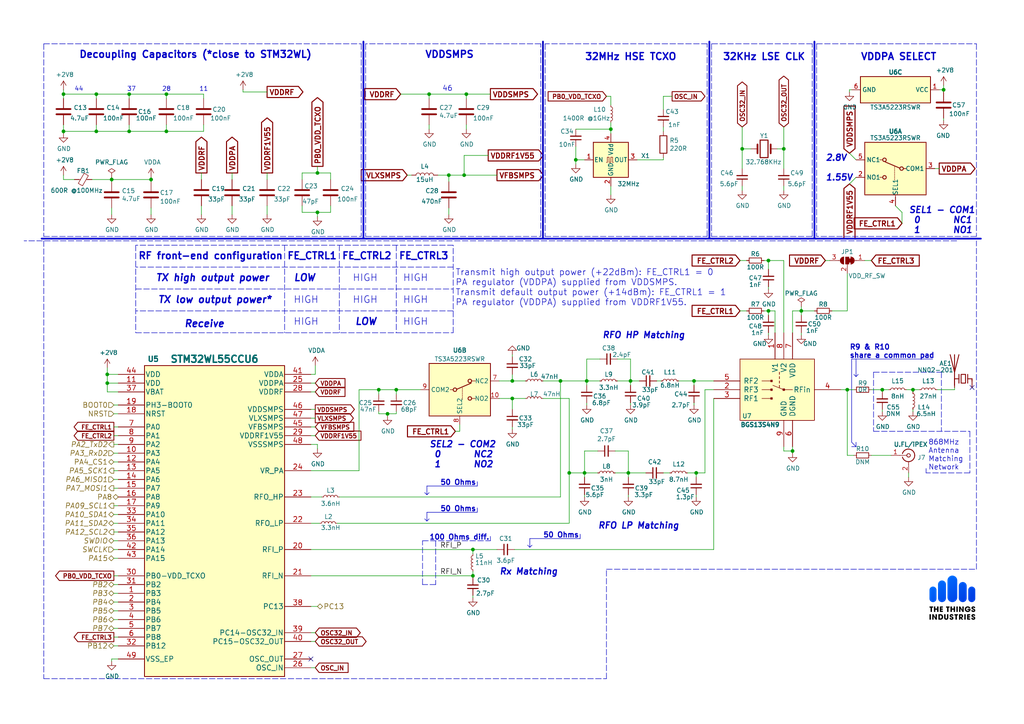
<source format=kicad_sch>
(kicad_sch (version 20211123) (generator eeschema)
  (paper "A4")
  (title_block (title "LoRa MCU") (date "2021-05-24") (rev "1.1b") (company "The Things Industries") (comment 1 "https://www.thethingsindustries.com/") (comment 2 "Drawn by: Orkhan Amiraslanov (azerimaker)"))
  (junction (at 177.165 37.465))
  (junction (at 27.94 27.305))
  (junction (at 18.415 38.1))
  (junction (at 273.685 26.035))
  (junction (at 201.93 137.16))
  (junction (at 31.115 108.585))
  (junction (at 215.265 43.18))
  (junction (at 18.415 27.305))
  (junction (at 31.115 111.125))
  (junction (at 48.26 38.1))
  (junction (at 167.005 46.355))
  (junction (at 182.245 137.16))
  (junction (at 43.815 52.07))
  (junction (at 114.935 113.03))
  (junction (at 170.18 110.49))
  (junction (at 232.41 90.17))
  (junction (at 255.905 113.03))
  (junction (at 27.94 38.1))
  (junction (at 264.795 113.03))
  (junction (at 48.26 27.305))
  (junction (at 137.16 167.005))
  (junction (at 148.59 110.49))
  (junction (at 162.56 110.49))
  (junction (at 148.59 115.57))
  (junction (at 222.885 75.565))
  (junction (at 245.745 113.03))
  (junction (at 222.885 90.17))
  (junction (at 112.395 120.015))
  (junction (at 37.465 27.305))
  (junction (at 227.33 43.18))
  (junction (at 201.295 110.49))
  (junction (at 182.88 110.49))
  (junction (at 92.075 61.595))
  (junction (at 109.855 113.03))
  (junction (at 169.545 137.16))
  (junction (at 137.16 159.385))
  (junction (at 32.385 52.07))
  (junction (at 92.075 50.165))
  (junction (at 229.87 130.81))
  (junction (at 37.465 38.1))
  (junction (at 124.46 27.305))
  (junction (at 165.1 137.16))
  (junction (at 135.255 27.305))
  (junction (at 130.175 50.8))
  (junction (at 134.62 50.8))
  (no_connect (at 90.17 191.135))
  (no_connect (at 281.94 112.395))
  (wire (pts (xy 90.17 126.365) (xy 91.44 126.365)))
  (wire (pts (xy 232.41 88.9) (xy 232.41 90.17)))
  (wire (pts (xy 34.29 128.905) (xy 33.02 128.905)))
  (wire (pts (xy 157.48 110.49) (xy 162.56 110.49)))
  (wire (pts (xy 201.295 116.84) (xy 201.295 117.475)))
  (wire (pts (xy 34.29 159.385) (xy 33.02 159.385)))
  (wire (pts (xy 204.47 113.03) (xy 207.01 113.03)))
  (wire (pts (xy 148.59 108.585) (xy 148.59 110.49)))
  (wire (pts (xy 104.14 113.03) (xy 104.14 136.525)))
  (wire (pts (xy 273.685 26.035) (xy 273.685 24.765)))
  (wire (pts (xy 264.795 113.665) (xy 264.795 113.03)))
  (wire (pts (xy 245.745 132.08) (xy 247.65 132.08)))
  (wire (pts (xy 144.78 115.57) (xy 148.59 115.57)))
  (wire (pts (xy 48.26 27.305) (xy 48.26 28.575)))
  (wire (pts (xy 32.385 51.435) (xy 32.385 52.07)))
  (wire (pts (xy 59.055 27.305) (xy 59.055 28.575)))
  (wire (pts (xy 182.245 143.51) (xy 182.245 144.145)))
  (polyline (pts (xy 39.37 71.12) (xy 39.37 96.52)))
  (wire (pts (xy 87.63 50.165) (xy 87.63 52.07)))
  (wire (pts (xy 18.415 36.195) (xy 18.415 38.1)))
  (wire (pts (xy 33.02 139.065) (xy 34.29 139.065)))
  (polyline (pts (xy 268.605 137.16) (xy 268.605 135.89)))
  (wire (pts (xy 32.385 60.325) (xy 32.385 62.23)))
  (polyline (pts (xy 175.895 196.85) (xy 175.895 165.1)))
  (polyline (pts (xy 175.895 165.1) (xy 283.21 165.1)))
  (wire (pts (xy 27.94 36.195) (xy 27.94 38.1)))
  (wire (pts (xy 276.86 113.03) (xy 276.86 112.395)))
  (wire (pts (xy 194.945 27.94) (xy 192.405 27.94)))
  (wire (pts (xy 207.01 115.57) (xy 207.01 159.385)))
  (wire (pts (xy 215.265 53.975) (xy 215.265 55.245)))
  (wire (pts (xy 227.33 43.18) (xy 227.33 48.895)))
  (wire (pts (xy 137.16 167.64) (xy 137.16 167.005)))
  (wire (pts (xy 31.115 106.68) (xy 31.115 108.585)))
  (wire (pts (xy 43.815 52.705) (xy 43.815 52.07)))
  (polyline (pts (xy 247.015 104.14) (xy 247.015 128.27)) (stroke (width 0) (type solid)))
  (wire (pts (xy 250.825 75.565) (xy 252.73 75.565)))
  (wire (pts (xy 165.1 115.57) (xy 165.1 137.16)))
  (wire (pts (xy 182.245 137.16) (xy 182.245 138.43)))
  (wire (pts (xy 33.02 126.365) (xy 34.29 126.365)))
  (wire (pts (xy 127 50.8) (xy 130.175 50.8)))
  (wire (pts (xy 135.255 27.305) (xy 142.24 27.305)))
  (wire (pts (xy 98.425 144.145) (xy 162.56 144.145)))
  (polyline (pts (xy 248.285 129.54) (xy 248.285 128.27)) (stroke (width 0) (type solid)))
  (wire (pts (xy 222.885 96.52) (xy 222.885 97.155)))
  (wire (pts (xy 192.405 46.355) (xy 184.785 46.355)))
  (wire (pts (xy 227.33 36.83) (xy 227.33 43.18)))
  (polyline (pts (xy 206.375 12.7) (xy 206.375 68.58)))
  (wire (pts (xy 91.44 111.125) (xy 90.17 111.125)))
  (polyline (pts (xy 273.05 107.95) (xy 273.05 125.095)))
  (wire (pts (xy 70.485 26.67) (xy 77.47 26.67)))
  (wire (pts (xy 204.47 137.16) (xy 201.93 137.16)))
  (wire (pts (xy 37.465 38.1) (xy 27.94 38.1)))
  (wire (pts (xy 124.46 28.575) (xy 124.46 27.305)))
  (wire (pts (xy 199.39 137.16) (xy 201.93 137.16)))
  (wire (pts (xy 167.005 47.625) (xy 167.005 46.355)))
  (wire (pts (xy 137.16 167.005) (xy 137.16 165.735)))
  (wire (pts (xy 135.255 27.305) (xy 135.255 28.575)))
  (wire (pts (xy 114.935 120.015) (xy 114.935 119.38)))
  (wire (pts (xy 229.87 130.81) (xy 229.87 131.445)))
  (wire (pts (xy 37.465 28.575) (xy 37.465 27.305)))
  (wire (pts (xy 245.745 90.17) (xy 241.3 90.17)))
  (wire (pts (xy 190.5 110.49) (xy 191.77 110.49)))
  (wire (pts (xy 182.88 104.14) (xy 182.88 110.49)))
  (wire (pts (xy 95.885 52.07) (xy 95.885 50.165)))
  (wire (pts (xy 148.59 102.87) (xy 148.59 103.505)))
  (wire (pts (xy 92.075 128.905) (xy 92.075 130.175)))
  (wire (pts (xy 70.485 26.035) (xy 70.485 26.67)))
  (wire (pts (xy 169.545 137.16) (xy 165.1 137.16)))
  (wire (pts (xy 246.38 53.34) (xy 248.285 51.435)))
  (wire (pts (xy 91.44 123.825) (xy 90.17 123.825)))
  (wire (pts (xy 173.99 104.14) (xy 170.18 104.14)))
  (wire (pts (xy 263.525 137.16) (xy 263.525 138.43)))
  (wire (pts (xy 224.79 90.17) (xy 224.79 96.52)))
  (wire (pts (xy 201.295 110.49) (xy 201.295 111.76)))
  (polyline (pts (xy 236.855 12.7) (xy 236.855 68.58)))
  (wire (pts (xy 261.62 61.595) (xy 261.62 64.77)))
  (polyline (pts (xy 114.935 71.12) (xy 114.935 96.52)))
  (polyline (pts (xy 158.115 12.7) (xy 158.115 68.58)))
  (polyline (pts (xy 138.43 147.32) (xy 138.43 148.59)) (stroke (width 0) (type solid)))
  (wire (pts (xy 58.42 59.69) (xy 58.42 62.23)))
  (wire (pts (xy 34.29 123.825) (xy 33.02 123.825)))
  (wire (pts (xy 148.59 110.49) (xy 152.4 110.49)))
  (wire (pts (xy 34.29 174.625) (xy 33.02 174.625)))
  (wire (pts (xy 90.17 121.285) (xy 91.44 121.285)))
  (polyline (pts (xy 253.365 107.95) (xy 273.05 107.95)))
  (polyline (pts (xy 281.305 137.16) (xy 268.605 137.16)))
  (wire (pts (xy 90.17 136.525) (xy 104.14 136.525)))
  (polyline (pts (xy 123.825 151.13) (xy 123.19 150.495)) (stroke (width 0) (type solid)))
  (wire (pts (xy 33.02 131.445) (xy 34.29 131.445)))
  (wire (pts (xy 255.905 113.03) (xy 255.905 113.665)))
  (wire (pts (xy 232.41 90.17) (xy 236.22 90.17)))
  (wire (pts (xy 91.44 108.585) (xy 90.17 108.585)))
  (polyline (pts (xy 122.555 169.545) (xy 122.555 156.845)))
  (wire (pts (xy 222.885 75.565) (xy 227.33 75.565)))
  (wire (pts (xy 182.245 130.81) (xy 182.245 137.16)))
  (wire (pts (xy 222.885 78.105) (xy 222.885 75.565)))
  (wire (pts (xy 170.18 104.14) (xy 170.18 110.49)))
  (wire (pts (xy 33.02 172.085) (xy 34.29 172.085)))
  (wire (pts (xy 32.385 52.705) (xy 32.385 52.07)))
  (polyline (pts (xy 205.74 12.065) (xy 205.74 69.215)) (stroke (width 0.508) (type solid)))
  (polyline (pts (xy 205.105 12.7) (xy 158.115 12.7)))
  (wire (pts (xy 90.17 128.905) (xy 92.075 128.905)))
  (wire (pts (xy 18.415 52.07) (xy 21.59 52.07)))
  (wire (pts (xy 91.44 186.055) (xy 90.17 186.055)))
  (wire (pts (xy 144.145 50.8) (xy 134.62 50.8)))
  (wire (pts (xy 167.005 37.465) (xy 177.165 37.465)))
  (wire (pts (xy 179.07 110.49) (xy 182.88 110.49)))
  (wire (pts (xy 31.115 113.665) (xy 31.115 111.125)))
  (wire (pts (xy 18.415 26.035) (xy 18.415 27.305)))
  (polyline (pts (xy 248.285 109.22) (xy 248.92 108.585)) (stroke (width 0) (type solid)))
  (wire (pts (xy 201.93 137.16) (xy 201.93 138.43)))
  (wire (pts (xy 37.465 27.305) (xy 27.94 27.305)))
  (wire (pts (xy 97.79 151.765) (xy 165.1 151.765)))
  (wire (pts (xy 33.02 117.475) (xy 34.29 117.475)))
  (wire (pts (xy 196.85 110.49) (xy 201.295 110.49)))
  (wire (pts (xy 104.14 113.03) (xy 109.855 113.03)))
  (wire (pts (xy 34.29 177.165) (xy 33.02 177.165)))
  (wire (pts (xy 18.415 38.1) (xy 18.415 38.735)))
  (wire (pts (xy 130.175 52.705) (xy 130.175 50.8)))
  (wire (pts (xy 169.545 137.16) (xy 173.355 137.16)))
  (polyline (pts (xy 247.015 104.14) (xy 270.51 104.14)) (stroke (width 0) (type solid)))
  (wire (pts (xy 33.02 141.605) (xy 34.29 141.605)))
  (polyline (pts (xy 235.585 68.58) (xy 235.585 12.7)))
  (wire (pts (xy 255.905 118.745) (xy 255.905 119.38)))
  (wire (pts (xy 87.63 59.69) (xy 87.63 61.595)))
  (wire (pts (xy 109.855 113.03) (xy 114.935 113.03)))
  (wire (pts (xy 227.33 129.54) (xy 227.33 130.81)))
  (wire (pts (xy 252.73 113.03) (xy 255.905 113.03)))
  (wire (pts (xy 33.02 151.765) (xy 34.29 151.765)))
  (polyline (pts (xy 106.045 12.7) (xy 106.045 68.58)))
  (polyline (pts (xy 12.7 69.85) (xy 12.7 196.85)))
  (wire (pts (xy 222.885 91.44) (xy 222.885 90.17)))
  (wire (pts (xy 114.935 114.3) (xy 114.935 113.03)))
  (wire (pts (xy 148.59 115.57) (xy 152.4 115.57)))
  (wire (pts (xy 272.415 48.895) (xy 271.145 48.895)))
  (wire (pts (xy 133.35 125.095) (xy 132.08 125.095)))
  (wire (pts (xy 90.17 167.005) (xy 137.16 167.005)))
  (wire (pts (xy 26.67 52.07) (xy 32.385 52.07)))
  (wire (pts (xy 87.63 61.595) (xy 92.075 61.595)))
  (wire (pts (xy 262.89 113.03) (xy 264.795 113.03)))
  (polyline (pts (xy 12.7 12.7) (xy 104.775 12.7)))
  (wire (pts (xy 34.29 133.985) (xy 33.02 133.985)))
  (wire (pts (xy 34.29 169.545) (xy 33.02 169.545)))
  (wire (pts (xy 201.93 143.51) (xy 201.93 144.145)))
  (wire (pts (xy 59.055 36.195) (xy 59.055 38.1)))
  (wire (pts (xy 245.745 113.03) (xy 245.745 132.08)))
  (wire (pts (xy 92.075 61.595) (xy 95.885 61.595)))
  (wire (pts (xy 271.78 113.03) (xy 276.86 113.03)))
  (wire (pts (xy 92.075 62.865) (xy 92.075 61.595)))
  (polyline (pts (xy 122.555 156.845) (xy 142.24 156.845)))
  (wire (pts (xy 272.415 26.035) (xy 273.685 26.035)))
  (polyline (pts (xy 123.825 143.51) (xy 124.46 142.875)) (stroke (width 0) (type solid)))
  (wire (pts (xy 27.94 27.305) (xy 18.415 27.305)))
  (polyline (pts (xy 248.285 109.22) (xy 247.65 108.585)) (stroke (width 0) (type solid)))
  (wire (pts (xy 221.615 75.565) (xy 222.885 75.565)))
  (polyline (pts (xy 156.845 12.7) (xy 106.045 12.7)))
  (wire (pts (xy 90.17 183.515) (xy 91.44 183.515)))
  (wire (pts (xy 77.47 59.69) (xy 77.47 62.23)))
  (polyline (pts (xy 126.365 156.845) (xy 126.365 169.545)))
  (wire (pts (xy 246.38 26.035) (xy 247.015 26.035)))
  (polyline (pts (xy 131.445 77.47) (xy 39.37 77.47)))
  (wire (pts (xy 201.295 110.49) (xy 207.01 110.49)))
  (wire (pts (xy 33.02 187.325) (xy 34.29 187.325)))
  (wire (pts (xy 179.07 104.14) (xy 182.88 104.14)))
  (wire (pts (xy 229.87 90.17) (xy 232.41 90.17)))
  (wire (pts (xy 34.29 167.005) (xy 33.02 167.005)))
  (wire (pts (xy 34.29 154.305) (xy 33.02 154.305)))
  (wire (pts (xy 245.745 79.375) (xy 245.745 90.17)))
  (wire (pts (xy 114.935 113.03) (xy 121.92 113.03)))
  (wire (pts (xy 227.33 53.975) (xy 227.33 55.245)))
  (wire (pts (xy 67.31 50.165) (xy 67.31 52.07)))
  (wire (pts (xy 90.17 151.765) (xy 92.71 151.765)))
  (wire (pts (xy 133.35 123.19) (xy 133.35 125.095)))
  (wire (pts (xy 48.26 38.1) (xy 37.465 38.1)))
  (wire (pts (xy 178.435 130.81) (xy 182.245 130.81)))
  (polyline (pts (xy 253.365 125.095) (xy 281.305 125.095)))
  (wire (pts (xy 33.02 161.925) (xy 34.29 161.925)))
  (wire (pts (xy 92.075 48.26) (xy 92.075 50.165)))
  (polyline (pts (xy 98.425 71.12) (xy 98.425 96.52)))
  (wire (pts (xy 245.745 113.03) (xy 247.65 113.03)))
  (wire (pts (xy 112.395 120.015) (xy 114.935 120.015)))
  (polyline (pts (xy 205.105 68.58) (xy 205.105 12.7)))
  (polyline (pts (xy 126.365 169.545) (xy 122.555 169.545)))
  (wire (pts (xy 192.405 36.83) (xy 192.405 38.1)))
  (wire (pts (xy 109.855 120.015) (xy 109.855 119.38)))
  (wire (pts (xy 59.055 38.1) (xy 48.26 38.1)))
  (wire (pts (xy 90.17 144.145) (xy 93.345 144.145)))
  (wire (pts (xy 118.11 50.8) (xy 119.38 50.8)))
  (wire (pts (xy 87.63 50.165) (xy 92.075 50.165)))
  (wire (pts (xy 214.63 75.565) (xy 216.535 75.565)))
  (wire (pts (xy 177.165 37.465) (xy 177.165 38.735)))
  (wire (pts (xy 232.41 97.155) (xy 232.41 96.52)))
  (wire (pts (xy 141.605 45.085) (xy 134.62 45.085)))
  (wire (pts (xy 124.46 36.195) (xy 124.46 37.465)))
  (polyline (pts (xy 156.845 68.58) (xy 156.845 12.7)))
  (polyline (pts (xy 138.43 139.7) (xy 138.43 140.97)) (stroke (width 0) (type solid)))
  (polyline (pts (xy 123.825 148.59) (xy 123.825 151.13)) (stroke (width 0) (type solid)))
  (wire (pts (xy 91.44 193.675) (xy 90.17 193.675)))
  (wire (pts (xy 170.18 111.76) (xy 170.18 110.49)))
  (wire (pts (xy 240.665 75.565) (xy 239.395 75.565)))
  (wire (pts (xy 109.855 114.3) (xy 109.855 113.03)))
  (polyline (pts (xy 248.285 129.54) (xy 247.015 129.54)) (stroke (width 0) (type solid)))
  (wire (pts (xy 229.87 90.17) (xy 229.87 96.52)))
  (wire (pts (xy 264.795 118.745) (xy 264.795 119.38)))
  (wire (pts (xy 32.385 52.07) (xy 43.815 52.07)))
  (wire (pts (xy 34.29 108.585) (xy 31.115 108.585)))
  (wire (pts (xy 246.38 44.45) (xy 248.285 46.355)))
  (polyline (pts (xy 283.21 165.1) (xy 283.21 69.85)))
  (wire (pts (xy 130.175 60.325) (xy 130.175 62.23)))
  (wire (pts (xy 217.805 43.18) (xy 215.265 43.18)))
  (wire (pts (xy 229.87 130.81) (xy 229.87 129.54)))
  (wire (pts (xy 18.415 50.8) (xy 18.415 52.07)))
  (wire (pts (xy 92.075 50.165) (xy 95.885 50.165)))
  (wire (pts (xy 266.7 113.03) (xy 264.795 113.03)))
  (wire (pts (xy 214.63 90.17) (xy 216.535 90.17)))
  (wire (pts (xy 33.02 179.705) (xy 34.29 179.705)))
  (wire (pts (xy 32.385 191.135) (xy 32.385 191.77)))
  (wire (pts (xy 173.355 130.81) (xy 169.545 130.81)))
  (wire (pts (xy 169.545 130.81) (xy 169.545 137.16)))
  (wire (pts (xy 177.165 35.56) (xy 177.165 37.465)))
  (wire (pts (xy 112.395 120.015) (xy 109.855 120.015)))
  (wire (pts (xy 227.33 130.81) (xy 229.87 130.81)))
  (wire (pts (xy 34.29 120.015) (xy 33.02 120.015)))
  (wire (pts (xy 273.685 26.67) (xy 273.685 26.035)))
  (wire (pts (xy 34.29 149.225) (xy 33.02 149.225)))
  (wire (pts (xy 27.94 38.1) (xy 18.415 38.1)))
  (polyline (pts (xy 131.445 90.17) (xy 39.37 90.17)))
  (polyline (pts (xy 168.275 154.94) (xy 168.275 156.21)) (stroke (width 0) (type solid)))
  (wire (pts (xy 227.33 75.565) (xy 227.33 96.52)))
  (wire (pts (xy 246.38 26.67) (xy 246.38 26.035)))
  (polyline (pts (xy 39.37 83.82) (xy 131.445 83.82)))
  (polyline (pts (xy 123.825 151.13) (xy 124.46 150.495)) (stroke (width 0) (type solid)))
  (wire (pts (xy 31.115 108.585) (xy 31.115 111.125)))
  (wire (pts (xy 232.41 91.44) (xy 232.41 90.17)))
  (wire (pts (xy 91.44 118.745) (xy 90.17 118.745)))
  (wire (pts (xy 169.545 143.51) (xy 169.545 144.145)))
  (wire (pts (xy 148.59 118.745) (xy 148.59 115.57)))
  (polyline (pts (xy 253.365 107.95) (xy 253.365 125.095)))
  (wire (pts (xy 148.59 123.825) (xy 148.59 124.46)))
  (wire (pts (xy 137.16 172.72) (xy 137.16 173.355)))
  (wire (pts (xy 177.165 53.975) (xy 177.165 56.515)))
  (wire (pts (xy 37.465 36.195) (xy 37.465 38.1)))
  (wire (pts (xy 182.88 110.49) (xy 182.88 111.76)))
  (wire (pts (xy 255.905 113.03) (xy 257.81 113.03)))
  (wire (pts (xy 77.47 50.165) (xy 77.47 52.07)))
  (polyline (pts (xy 131.445 96.52) (xy 131.445 71.12)))
  (wire (pts (xy 252.73 132.08) (xy 258.445 132.08)))
  (wire (pts (xy 48.26 36.195) (xy 48.26 38.1)))
  (wire (pts (xy 48.26 27.305) (xy 59.055 27.305)))
  (polyline (pts (xy 283.21 12.7) (xy 283.21 68.58)))
  (wire (pts (xy 157.48 115.57) (xy 165.1 115.57)))
  (wire (pts (xy 187.325 137.16) (xy 182.245 137.16)))
  (wire (pts (xy 34.29 191.135) (xy 32.385 191.135)))
  (wire (pts (xy 182.88 116.84) (xy 182.88 117.475)))
  (polyline (pts (xy 157.48 12.065) (xy 157.48 69.215)) (stroke (width 0.508) (type solid)))
  (wire (pts (xy 225.425 43.18) (xy 227.33 43.18)))
  (wire (pts (xy 116.205 27.305) (xy 124.46 27.305)))
  (wire (pts (xy 192.405 45.72) (xy 192.405 46.355)))
  (wire (pts (xy 273.685 34.925) (xy 273.685 34.29)))
  (polyline (pts (xy 284.48 69.215) (xy 12.065 69.215)) (stroke (width 0.508) (type solid)))
  (wire (pts (xy 221.615 90.17) (xy 222.885 90.17)))
  (wire (pts (xy 167.005 46.355) (xy 169.545 46.355)))
  (wire (pts (xy 130.175 50.8) (xy 134.62 50.8)))
  (polyline (pts (xy 142.24 156.845) (xy 142.24 155.575)))
  (wire (pts (xy 149.225 159.385) (xy 207.01 159.385)))
  (polyline (pts (xy 105.41 12.065) (xy 105.41 69.215)) (stroke (width 0.508) (type solid)))
  (wire (pts (xy 135.255 36.195) (xy 135.255 37.465)))
  (wire (pts (xy 243.84 113.03) (xy 245.745 113.03)))
  (wire (pts (xy 170.18 116.84) (xy 170.18 117.475)))
  (wire (pts (xy 162.56 110.49) (xy 162.56 144.145)))
  (polyline (pts (xy 158.115 68.58) (xy 205.105 68.58)))
  (wire (pts (xy 18.415 27.305) (xy 18.415 28.575)))
  (wire (pts (xy 170.18 110.49) (xy 162.56 110.49)))
  (polyline (pts (xy 206.375 68.58) (xy 235.585 68.58)))
  (wire (pts (xy 192.405 27.94) (xy 192.405 31.75)))
  (polyline (pts (xy 39.37 96.52) (xy 131.445 96.52)))
  (polyline (pts (xy 248.285 104.14) (xy 248.285 109.22)) (stroke (width 0) (type solid)))
  (wire (pts (xy 170.18 110.49) (xy 173.99 110.49)))
  (polyline (pts (xy 247.015 128.27) (xy 248.285 129.54)) (stroke (width 0) (type solid)))
  (polyline (pts (xy 123.825 148.59) (xy 138.43 148.59)) (stroke (width 0) (type solid)))
  (wire (pts (xy 31.115 111.125) (xy 34.29 111.125)))
  (polyline (pts (xy 82.55 71.12) (xy 82.55 96.52)))
  (polyline (pts (xy 277.495 69.85) (xy 6.985 69.85)))
  (wire (pts (xy 112.395 120.65) (xy 112.395 120.015)))
  (wire (pts (xy 169.545 138.43) (xy 169.545 137.16)))
  (polyline (pts (xy 12.7 12.7) (xy 12.7 68.58)))
  (wire (pts (xy 91.44 106.045) (xy 91.44 108.585)))
  (wire (pts (xy 222.885 83.185) (xy 222.885 83.82)))
  (wire (pts (xy 34.29 113.665) (xy 31.115 113.665)))
  (wire (pts (xy 259.715 59.69) (xy 261.62 61.595)))
  (wire (pts (xy 33.02 184.785) (xy 34.29 184.785)))
  (wire (pts (xy 215.265 36.83) (xy 215.265 43.18)))
  (wire (pts (xy 144.78 110.49) (xy 148.59 110.49)))
  (wire (pts (xy 185.42 110.49) (xy 182.88 110.49)))
  (polyline (pts (xy 281.305 125.095) (xy 281.305 137.16)))
  (polyline (pts (xy 123.825 143.51) (xy 123.19 142.875)) (stroke (width 0) (type solid)))
  (wire (pts (xy 124.46 27.305) (xy 135.255 27.305)))
  (polyline (pts (xy 131.445 71.12) (xy 39.37 71.12)))
  (wire (pts (xy 43.815 60.325) (xy 43.815 62.23)))
  (polyline (pts (xy 12.7 196.85) (xy 175.895 196.85)))
  (polyline (pts (xy 153.67 156.21) (xy 168.275 156.21)) (stroke (width 0) (type solid)))
  (polyline (pts (xy 153.67 158.75) (xy 154.305 158.115)) (stroke (width 0) (type solid)))
  (wire (pts (xy 95.885 61.595) (xy 95.885 59.69)))
  (wire (pts (xy 178.435 137.16) (xy 182.245 137.16)))
  (wire (pts (xy 90.17 159.385) (xy 137.16 159.385)))
  (wire (pts (xy 92.075 175.895) (xy 90.17 175.895)))
  (polyline (pts (xy 153.67 156.21) (xy 153.67 158.75)) (stroke (width 0) (type solid)))
  (wire (pts (xy 58.42 50.165) (xy 58.42 52.07)))
  (wire (pts (xy 37.465 27.305) (xy 48.26 27.305)))
  (polyline (pts (xy 106.045 68.58) (xy 156.845 68.58)))
  (wire (pts (xy 67.31 59.69) (xy 67.31 62.23)))
  (wire (pts (xy 167.005 42.545) (xy 167.005 46.355)))
  (wire (pts (xy 27.94 28.575) (xy 27.94 27.305)))
  (wire (pts (xy 204.47 113.03) (xy 204.47 137.16)))
  (polyline (pts (xy 153.67 158.75) (xy 153.035 158.115)) (stroke (width 0) (type solid)))
  (wire (pts (xy 165.1 137.16) (xy 165.1 151.765)))
  (wire (pts (xy 192.405 137.16) (xy 194.31 137.16)))
  (wire (pts (xy 177.165 27.94) (xy 177.165 30.48)))
  (polyline (pts (xy 236.22 12.065) (xy 236.22 69.215)) (stroke (width 0.508) (type solid)))
  (wire (pts (xy 222.885 90.17) (xy 224.79 90.17)))
  (polyline (pts (xy 123.825 140.97) (xy 138.43 140.97)) (stroke (width 0) (type solid)))
  (wire (pts (xy 43.815 52.07) (xy 43.815 51.435)))
  (polyline (pts (xy 283.21 68.58) (xy 236.855 68.58)))
  (polyline (pts (xy 235.585 12.7) (xy 206.375 12.7)))
  (wire (pts (xy 33.02 182.245) (xy 34.29 182.245)))
  (polyline (pts (xy 104.775 12.7) (xy 104.775 68.58)))
  (polyline (pts (xy 123.825 140.97) (xy 123.825 143.51)) (stroke (width 0) (type solid)))
  (polyline (pts (xy 236.855 12.7) (xy 283.21 12.7)))
  (wire (pts (xy 33.02 156.845) (xy 34.29 156.845)))
  (wire (pts (xy 134.62 45.085) (xy 134.62 50.8)))
  (wire (pts (xy 175.895 27.94) (xy 177.165 27.94)))
  (wire (pts (xy 215.265 43.18) (xy 215.265 48.895)))
  (wire (pts (xy 33.02 136.525) (xy 34.29 136.525)))
  (polyline (pts (xy 12.7 68.58) (xy 104.775 68.58)))
  (wire (pts (xy 33.02 146.685) (xy 34.29 146.685)))
  (wire (pts (xy 137.16 159.385) (xy 144.145 159.385)))
  (wire (pts (xy 137.16 160.655) (xy 137.16 159.385)))
  (wire (pts (xy 90.17 113.665) (xy 91.44 113.665)))
  (image (at 276.225 173.355) (scale 0.1794))
  (text "HIGH" (at 102.235 81.915 0) (effects (font (size 2.0066 2.0066)) (justify left bottom)))
  (text "HIGH" (at 116.84 81.915 0) (effects (font (size 2.0066 2.0066)) (justify left bottom)))
  (text "Decoupling Capacitors (*close to STM32WL)" (at 22.86 17.145 0) (effects (font (size 2.0066 2.0066) (thickness 0.4013) bold) (justify left bottom)))
  (text "LOW" (at 102.87 94.615 0) (effects (font (size 2.0066 2.0066) (thickness 0.4013) bold italic) (justify left bottom)))
  (text "Receive" (at 53.34 95.25 0) (effects (font (size 2.0066 2.0066) (thickness 0.4013) bold italic) (justify left bottom)))
  (text "TX low output power*" (at 45.72 88.265 0) (effects (font (size 2.0066 2.0066) (thickness 0.4013) bold italic) (justify left bottom)))
  (text "100 Ohms diff." (at 124.46 156.845 0) (effects (font (size 1.4986 1.4986) (thickness 0.2997) bold) (justify left bottom)))
  (text "HIGH" (at 116.84 88.265 0) (effects (font (size 2.0066 2.0066)) (justify left bottom)))
  (text "SEL2 - COM2\n 0       NC2\n 1       NO2" (at 124.46 135.89 0) (effects (font (size 1.8034 1.8034) (thickness 0.3607) bold italic) (justify left bottom)))
  (text "FE_CTRL3" (at 115.57 75.565 0) (effects (font (size 2.0066 2.0066) (thickness 0.4013) bold) (justify left bottom)))
  (text "HIGH" (at 85.09 88.265 0) (effects (font (size 2.0066 2.0066)) (justify left bottom)))
  (text "50 Ohms" (at 127.635 140.97 0) (effects (font (size 1.4986 1.4986) (thickness 0.2997) bold) (justify left bottom)))
  (text "28" (at 46.99 26.67 0) (effects (font (size 1.27 1.27)) (justify left bottom)))
  (text "FE_CTRL1" (at 83.185 75.565 0) (effects (font (size 2.0066 2.0066) (thickness 0.4013) bold) (justify left bottom)))
  (text "TX high output power" (at 45.085 81.915 0) (effects (font (size 2.0066 2.0066) (thickness 0.4013) bold italic) (justify left bottom)))
  (text "HIGH" (at 116.84 94.615 0) (effects (font (size 2.0066 2.0066)) (justify left bottom)))
  (text "32MHz HSE TCXO" (at 169.545 17.78 0) (effects (font (size 2.0066 2.0066) (thickness 0.4013) bold) (justify left bottom)))
  (text "50 Ohms" (at 157.48 156.21 0) (effects (font (size 1.4986 1.4986) (thickness 0.2997) bold) (justify left bottom)))
  (text "SEL1 - COM1\n 0       NC1\n 1       NO1" (at 263.525 67.945 0) (effects (font (size 1.8034 1.8034) (thickness 0.3607) bold italic) (justify left bottom)))
  (text "RFO LP Matching" (at 173.355 153.67 0) (effects (font (size 1.8034 1.8034) (thickness 0.3607) bold italic) (justify left bottom)))
  (text "46" (at 128.27 26.67 0) (effects (font (size 1.4986 1.4986)) (justify left bottom)))
  (text "Rx Matching" (at 144.78 167.005 0) (effects (font (size 1.8034 1.8034) (thickness 0.3607) bold italic) (justify left bottom)))
  (text "VDDSMPS" (at 123.19 17.145 0) (effects (font (size 2.0066 2.0066) (thickness 0.4013) bold) (justify left bottom)))
  (text "HIGH" (at 85.09 94.615 0) (effects (font (size 2.0066 2.0066)) (justify left bottom)))
  (text "Transmit high output power (+22dBm): FE_CTRL1 = 0\nPA regulator (VDDPA) supplied from VDDSMPS.\nTransmit default output power (+14dBm): FE_CTRL1 = 1\nPA regulator (VDDPA) supplied from VDDRF1V55." (at 132.08 88.9 0) (effects (font (size 1.8034 1.8034)) (justify left bottom)))
  (text "FE_CTRL2" (at 99.06 75.565 0) (effects (font (size 2.0066 2.0066) (thickness 0.4013) bold) (justify left bottom)))
  (text "37" (at 36.83 26.67 0) (effects (font (size 1.27 1.27)) (justify left bottom)))
  (text "2.8V" (at 239.395 46.99 0) (effects (font (size 1.8034 1.8034) (thickness 0.3607) bold italic) (justify left bottom)))
  (text "32KHz LSE CLK" (at 209.55 17.78 0) (effects (font (size 2.0066 2.0066) (thickness 0.4013) bold) (justify left bottom)))
  (text "RF front-end configuration" (at 40.005 75.565 0) (effects (font (size 2.0066 2.0066) (thickness 0.4013) bold) (justify left bottom)))
  (text "50 Ohms" (at 127.635 148.59 0) (effects (font (size 1.4986 1.4986) (thickness 0.2997) bold) (justify left bottom)))
  (text "11" (at 57.785 26.67 0) (effects (font (size 1.27 1.27)) (justify left bottom)))
  (text "RFO HP Matching" (at 174.625 98.425 0) (effects (font (size 1.8034 1.8034) (thickness 0.3607) bold italic) (justify left bottom)))
  (text "R9 & R10\nshare a common pad" (at 246.38 104.14 0) (effects (font (size 1.4986 1.4986) (thickness 0.2997) bold) (justify left bottom)))
  (text "LOW" (at 85.09 81.915 0) (effects (font (size 2.0066 2.0066) (thickness 0.4013) bold italic) (justify left bottom)))
  (text "HIGH" (at 102.235 88.265 0) (effects (font (size 2.0066 2.0066)) (justify left bottom)))
  (text "868MHz \nAntenna\nMatching\nNetwork" (at 269.24 136.525 0) (effects (font (size 1.4986 1.4986)) (justify left bottom)))
  (text "44" (at 21.59 26.67 0) (effects (font (size 1.27 1.27)) (justify left bottom)))
  (text "VDDPA SELECT" (at 249.555 17.78 0) (effects (font (size 2.0066 2.0066) (thickness 0.4013) bold) (justify left bottom)))
  (text "1.55V" (at 239.395 52.705 0) (effects (font (size 1.8034 1.8034) (thickness 0.3607) bold italic) (justify left bottom)))
  (label "RFI_N" (at 127.635 167.005 0) (effects (font (size 1.4986 1.4986))))
  (label "RFI_P" (at 127.635 159.385 0) (effects (font (size 1.4986 1.4986))))
  (global_label "FE_CTRL1" (shape input) (at 132.08 125.095 180) (effects (font (size 1.4986 1.4986) (thickness 0.2997) bold)) (property "Intersheet References" "${INTERSHEET_REFS}" (effects hide)))
  (global_label "VDDSMPS" (shape input) (at 246.38 44.45 90) (effects (font (size 1.4986 1.4986) (thickness 0.2997) bold)) (property "Intersheet References" "${INTERSHEET_REFS}" (effects hide)))
  (global_label "VDDPA" (shape input) (at 91.44 111.125 0) (effects (font (size 1.2446 1.2446) (thickness 0.2489) bold)) (property "Intersheet References" "${INTERSHEET_REFS}" (effects hide)))
  (global_label "FE_CTRL1" (shape input) (at 214.63 90.17 180) (effects (font (size 1.4986 1.4986) (thickness 0.2997) bold)) (property "Intersheet References" "${INTERSHEET_REFS}" (effects hide)))
  (global_label "VDDRF1V55" (shape output) (at 141.605 45.085 0) (effects (font (size 1.4986 1.4986) (thickness 0.2997) bold)) (property "Intersheet References" "${INTERSHEET_REFS}" (effects hide)))
  (global_label "VDDRF" (shape input) (at 239.395 75.565 180) (effects (font (size 1.4986 1.4986) (thickness 0.2997) bold)) (property "Intersheet References" "${INTERSHEET_REFS}" (effects hide)))
  (global_label "FE_CTRL2" (shape input) (at 214.63 75.565 180) (effects (font (size 1.4986 1.4986) (thickness 0.2997) bold)) (property "Intersheet References" "${INTERSHEET_REFS}" (effects hide)))
  (global_label "VFBSMPS" (shape output) (at 144.145 50.8 0) (effects (font (size 1.4986 1.4986) (thickness 0.2997) bold)) (property "Intersheet References" "${INTERSHEET_REFS}" (effects hide)))
  (global_label "VDDRF1V55" (shape input) (at 246.38 53.34 270) (effects (font (size 1.4986 1.4986) (thickness 0.2997) bold)) (property "Intersheet References" "${INTERSHEET_REFS}" (effects hide)))
  (global_label "OSC32_IN" (shape bidirectional) (at 91.44 183.515 0) (effects (font (thickness 0.254) bold)) (property "Intersheet References" "${INTERSHEET_REFS}" (effects hide)))
  (global_label "FE_CTRL3" (shape input) (at 252.73 75.565 0) (effects (font (size 1.4986 1.4986) (thickness 0.2997) bold)) (property "Intersheet References" "${INTERSHEET_REFS}" (effects hide)))
  (global_label "OSC_IN" (shape input) (at 91.44 193.675 0) (effects (font (thickness 0.254) bold)) (property "Intersheet References" "${INTERSHEET_REFS}" (effects hide)))
  (global_label "VLXSMPS" (shape input) (at 118.11 50.8 180) (effects (font (size 1.4986 1.4986) (thickness 0.2997) bold)) (property "Intersheet References" "${INTERSHEET_REFS}" (effects hide)))
  (global_label "VDDPA" (shape output) (at 67.31 50.165 90) (effects (font (size 1.4986 1.4986) (thickness 0.2997) bold)) (property "Intersheet References" "${INTERSHEET_REFS}" (effects hide)))
  (global_label "VDDRF" (shape input) (at 91.44 113.665 0) (effects (font (size 1.2446 1.2446) (thickness 0.2489) bold)) (property "Intersheet References" "${INTERSHEET_REFS}" (effects hide)))
  (global_label "PB0_VDD_TCXO" (shape output) (at 92.075 48.26 90) (effects (font (size 1.4986 1.4986) (thickness 0.2997) bold)) (property "Intersheet References" "${INTERSHEET_REFS}" (effects hide)))
  (global_label "VDDSMPS" (shape output) (at 91.44 118.745 0) (effects (font (size 1.2446 1.2446) (thickness 0.2489) bold)) (property "Intersheet References" "${INTERSHEET_REFS}" (effects hide)))
  (global_label "OSC32_IN" (shape bidirectional) (at 215.265 36.83 90) (effects (font (thickness 0.254) bold)) (property "Intersheet References" "${INTERSHEET_REFS}" (effects hide)))
  (global_label "FE_CTRL3" (shape output) (at 33.02 184.785 180) (effects (font (size 1.2446 1.2446) (thickness 0.2489) bold)) (property "Intersheet References" "${INTERSHEET_REFS}" (effects hide)))
  (global_label "PB0_VDD_TCXO" (shape input) (at 175.895 27.94 180) (effects (font (thickness 0.254) bold)) (property "Intersheet References" "${INTERSHEET_REFS}" (effects hide)))
  (global_label "VLXSMPS" (shape output) (at 91.44 121.285 0) (effects (font (size 1.2446 1.2446) (thickness 0.2489) bold)) (property "Intersheet References" "${INTERSHEET_REFS}" (effects hide)))
  (global_label "VDDRF" (shape output) (at 77.47 26.67 0) (effects (font (size 1.4986 1.4986) (thickness 0.2997) bold)) (property "Intersheet References" "${INTERSHEET_REFS}" (effects hide)))
  (global_label "OSC32_OUT" (shape bidirectional) (at 91.44 186.055 0) (effects (font (thickness 0.254) bold)) (property "Intersheet References" "${INTERSHEET_REFS}" (effects hide)))
  (global_label "VDDRF1V55" (shape output) (at 77.47 50.165 90) (effects (font (size 1.4986 1.4986) (thickness 0.2997) bold)) (property "Intersheet References" "${INTERSHEET_REFS}" (effects hide)))
  (global_label "VDDSMPS" (shape output) (at 142.24 27.305 0) (effects (font (size 1.4986 1.4986) (thickness 0.2997) bold)) (property "Intersheet References" "${INTERSHEET_REFS}" (effects hide)))
  (global_label "VDDPA" (shape output) (at 272.415 48.895 0) (effects (font (size 1.4986 1.4986) (thickness 0.2997) bold)) (property "Intersheet References" "${INTERSHEET_REFS}" (effects hide)))
  (global_label "PB0_VDD_TCXO" (shape output) (at 33.02 167.005 180) (effects (font (thickness 0.254) bold)) (property "Intersheet References" "${INTERSHEET_REFS}" (effects hide)))
  (global_label "FE_CTRL2" (shape output) (at 33.02 126.365 180) (effects (font (size 1.2446 1.2446) (thickness 0.2489) bold)) (property "Intersheet References" "${INTERSHEET_REFS}" (effects hide)))
  (global_label "VDDRF1V55" (shape input) (at 91.44 126.365 0) (effects (font (size 1.2446 1.2446) (thickness 0.2489) bold)) (property "Intersheet References" "${INTERSHEET_REFS}" (effects hide)))
  (global_label "VDDRF" (shape output) (at 58.42 50.165 90) (effects (font (size 1.4986 1.4986) (thickness 0.2997) bold)) (property "Intersheet References" "${INTERSHEET_REFS}" (effects hide)))
  (global_label "VFBSMPS" (shape input) (at 91.44 123.825 0) (effects (font (size 1.2446 1.2446) (thickness 0.2489) bold)) (property "Intersheet References" "${INTERSHEET_REFS}" (effects hide)))
  (global_label "FE_CTRL1" (shape input) (at 261.62 64.77 180) (effects (font (size 1.4986 1.4986) (thickness 0.2997) bold)) (property "Intersheet References" "${INTERSHEET_REFS}" (effects hide)))
  (global_label "OSC_IN" (shape output) (at 194.945 27.94 0) (effects (font (thickness 0.254) bold)) (property "Intersheet References" "${INTERSHEET_REFS}" (effects hide)))
  (global_label "VDDRF" (shape input) (at 116.205 27.305 180) (effects (font (size 1.4986 1.4986) (thickness 0.2997) bold)) (property "Intersheet References" "${INTERSHEET_REFS}" (effects hide)))
  (global_label "OSC32_OUT" (shape bidirectional) (at 227.33 36.83 90) (effects (font (thickness 0.254) bold)) (property "Intersheet References" "${INTERSHEET_REFS}" (effects hide)))
  (global_label "FE_CTRL1" (shape output) (at 33.02 123.825 180) (effects (font (size 1.2446 1.2446) (thickness 0.2489) bold)) (property "Intersheet References" "${INTERSHEET_REFS}" (effects hide)))
  (hierarchical_label "PA5_SCK1" (shape output) (at 33.02 136.525 180) (effects (font (size 1.4986 1.4986) italic)))
  (hierarchical_label "BOOT0" (shape input) (at 33.02 117.475 180) (effects (font (size 1.4986 1.4986))))
  (hierarchical_label "PA8" (shape bidirectional) (at 34.29 144.145 180) (effects (font (size 1.4986 1.4986))))
  (hierarchical_label "PA2_TxD2" (shape output) (at 33.02 128.905 180) (effects (font (size 1.4986 1.4986) italic)))
  (hierarchical_label "PA4_CS1" (shape bidirectional) (at 33.02 133.985 180) (effects (font (size 1.4986 1.4986))))
  (hierarchical_label "PB7" (shape bidirectional) (at 33.02 182.245 180) (effects (font (size 1.4986 1.4986) italic)))
  (hierarchical_label "NRST" (shape input) (at 33.02 120.015 180) (effects (font (size 1.4986 1.4986))))
  (hierarchical_label "PC13" (shape bidirectional) (at 92.075 175.895 0) (effects (font (size 1.4986 1.4986))))
  (hierarchical_label "PB2" (shape bidirectional) (at 33.02 169.545 180) (effects (font (size 1.4986 1.4986) italic)))
  (hierarchical_label "SWCLK" (shape input) (at 33.02 159.385 180) (effects (font (size 1.4986 1.4986) italic)))
  (hierarchical_label "PA6_MISO1" (shape input) (at 33.02 139.065 180) (effects (font (size 1.4986 1.4986) italic)))
  (hierarchical_label "PA3_RxD2" (shape input) (at 33.02 131.445 180) (effects (font (size 1.4986 1.4986) italic)))
  (hierarchical_label "PA10_SDA1" (shape bidirectional) (at 33.02 149.225 180) (effects (font (size 1.4986 1.4986) italic)))
  (hierarchical_label "PB4" (shape bidirectional) (at 33.02 174.625 180) (effects (font (size 1.4986 1.4986) italic)))
  (hierarchical_label "PA09_SCL1" (shape output) (at 33.02 146.685 180) (effects (font (size 1.4986 1.4986) italic)))
  (hierarchical_label "SWDIO" (shape bidirectional) (at 33.02 156.845 180) (effects (font (size 1.4986 1.4986) italic)))
  (hierarchical_label "PB3" (shape bidirectional) (at 33.02 172.085 180) (effects (font (size 1.4986 1.4986) italic)))
  (hierarchical_label "PA15" (shape bidirectional) (at 33.02 161.925 180) (effects (font (size 1.4986 1.4986) italic)))
  (hierarchical_label "PB6" (shape bidirectional) (at 33.02 179.705 180) (effects (font (size 1.4986 1.4986) italic)))
  (hierarchical_label "PB12" (shape bidirectional) (at 33.02 187.325 180) (effects (font (size 1.4986 1.4986))))
  (hierarchical_label "PA7_MOSI1" (shape output) (at 33.02 141.605 180) (effects (font (size 1.4986 1.4986) italic)))
  (hierarchical_label "PA11_SDA2" (shape bidirectional) (at 33.02 151.765 180) (effects (font (size 1.4986 1.4986) italic)))
  (hierarchical_label "PB5" (shape bidirectional) (at 33.02 177.165 180) (effects (font (size 1.4986 1.4986) italic)))
  (hierarchical_label "PA12_SCL2" (shape output) (at 33.02 154.305 180) (effects (font (size 1.4986 1.4986) italic)))
  (symbol (lib_id "node-lib-v1:STM32WLxx_QFN48") (at 41.91 106.045 0) (unit 1)
    (property "Reference" "U5" (at 44.45 104.14 0) (effects (font (size 1.524 1.524) bold)))
    (property "Value" "STM32WL55CCU6" (at 62.23 104.14 0) (effects (font (size 2.0066 2.0066) bold)))
    (property "Footprint" "Package_DFN_QFN:QFN-48-1EP_7x7mm_P0.5mm_EP5.45x5.45mm" (effects hide))
    (property "Datasheet" "https://www.st.com/resource/en/datasheet/stm32wl55cc.pdf" (effects hide))
    (property "MPN" "STM32WL55CCU6" (effects hide))
    (property "URL" "https://www.st.com/en/microcontrollers-microprocessors/stm32wl55cc.html" (effects hide))
  )
  (symbol (lib_id "Device:L_Small") (at 95.885 144.145 90) (unit 1)
    (property "Reference" "L3" (at 95.885 142.24 90))
    (property "Value" "3.6nH" (at 95.885 146.05 90))
    (property "Footprint" "Inductor_SMD:L_0402_1005Metric" (effects hide))
    (property "MPN" "LQW15AN3N6C10D" (effects hide))
    (property "URL" "https://lcsc.com/product-detail/Inductors-SMD_Murata-Electronics-LQW15AN3N6C10D_C408158.html" (effects hide))
  )
  (symbol (lib_id "Device:L_Small") (at 95.25 151.765 90) (unit 1)
    (property "Reference" "L2" (at 95.25 149.86 90))
    (property "Value" "3.3nH" (at 95.885 153.035 90))
    (property "Footprint" "Inductor_SMD:L_0402_1005Metric" (effects hide))
    (property "MPN" "LQW15AN3N3C80D" (effects hide))
    (property "URL" "https://www.digikey.com/short/zwbq2m" (effects hide))
  )
  (symbol (lib_id "Device:C_Small") (at 109.855 116.84 0) (mirror x) (unit 1)
    (property "Reference" "C25" (at 107.95 116.84 0) (effects (justify right)))
    (property "Value" "47nF" (at 109.22 118.745 0) (effects (justify right)))
    (property "Footprint" "Capacitor_SMD:C_0402_1005Metric" (effects hide))
    (property "MPN" "CC0402KRX7R8BB473" (effects hide))
    (property "URL" "https://lcsc.com/product-detail/Multilayer-Ceramic-Capacitors-MLCC-SMD-SMT_YAGEO-CC0402KRX7R8BB473_C107020.html" (effects hide))
  )
  (symbol (lib_id "Device:C_Small") (at 114.935 116.84 0) (unit 1)
    (property "Reference" "C26" (at 116.84 116.84 0) (effects (justify left)))
    (property "Value" "68pF" (at 116.205 118.745 0) (effects (justify left)))
    (property "Footprint" "Capacitor_SMD:C_0402_1005Metric" (effects hide))
    (property "MPN" "CC0402JRNPO9BN680" (effects hide))
    (property "URL" "https://lcsc.com/product-detail/Multilayer-Ceramic-Capacitors-MLCC-SMD-SMT_YAGEO-CC0402JRNPO9BN680_C107009.html" (effects hide))
  )
  (symbol (lib_id "power:GND") (at 112.395 120.65 0) (unit 1)
    (property "Reference" "#PWR046" (effects hide))
    (property "Value" "GND" (at 112.522 125.0442 0))
  )
  (symbol (lib_id "Device:C_Small") (at 137.16 170.18 0) (mirror x) (unit 1)
    (property "Reference" "C30" (at 142.24 168.275 0) (effects (justify right)))
    (property "Value" "2.7pF" (at 143.51 172.085 0) (effects (justify right)))
    (property "Footprint" "Capacitor_SMD:C_0402_1005Metric" (effects hide))
    (property "MPN" "CC0402BRNPO9BN2R7" (effects hide))
    (property "URL" "https://lcsc.com/product-detail/Multilayer-Ceramic-Capacitors-MLCC-SMD-SMT_YAGEO-CC0402BRNPO9BN2R7_C326937.html" (effects hide))
  )
  (symbol (lib_id "power:GND") (at 137.16 173.355 0) (unit 1)
    (property "Reference" "#PWR050" (effects hide))
    (property "Value" "GND" (at 137.287 177.7492 0))
  )
  (symbol (lib_id "Device:L_Small") (at 137.16 163.195 180) (unit 1)
    (property "Reference" "L5" (at 139.065 161.29 0))
    (property "Value" "11nH" (at 140.335 163.195 0))
    (property "Footprint" "Inductor_SMD:L_0402_1005Metric" (effects hide))
    (property "MPN" "LQW15AN11NG00" (effects hide))
    (property "URL" "https://lcsc.com/product-detail/Inductors-SMD_Murata-Electronics-LQW15AN11NG00D_C113109.html" (effects hide))
  )
  (symbol (lib_id "Device:C_Small") (at 146.685 159.385 90) (mirror x) (unit 1)
    (property "Reference" "C31" (at 146.685 156.21 90))
    (property "Value" "3.6pF" (at 146.685 162.56 90))
    (property "Footprint" "Capacitor_SMD:C_0402_1005Metric" (effects hide))
    (property "MPN" "0402N3R6B500" (effects hide))
    (property "URL" "https://lcsc.com/product-detail/Multilayer-Ceramic-Capacitors-MLCC-SMD-SMT_Walsin-Tech-Corp-0402N3R6B500_C123485.html" (effects hide))
    (property "ALT_MPN" "CC0402BRNPO9BN3R6" (effects hide))
  )
  (symbol (lib_id "node-lib-v1:BGS13S4N9") (at 227.33 113.03 0) (unit 1)
    (property "Reference" "U7" (at 215.265 120.65 0) (effects (justify left)))
    (property "Value" "BGS13S4N9" (at 214.63 123.19 0) (effects (font bold) (justify left)))
    (property "Footprint" "node-lib-v1:RFSW_BGS13S4N9E6327XTSA1" (effects hide))
    (property "MPN" "BGS13S4N9E6327XTSA1" (effects hide))
    (property "URL" "https://www.newark.com/infineon/bgs13s4n9e6327xtsa1/rf-switch-3ghz-40-to-85deg-c/dp/81AC4458?CMP=AFC-OP" (effects hide))
  )
  (symbol (lib_id "Connector:Conn_Coaxial") (at 263.525 132.08 0) (unit 1)
    (property "Reference" "J7" (at 266.065 132.715 0) (effects (justify left)))
    (property "Value" "U.FL/iPEX" (at 259.08 128.905 0) (effects (font bold) (justify left)))
    (property "Footprint" "Connector_Coaxial:U.FL_Hirose_U.FL-R-SMT-1_Vertical" (effects hide))
    (property "Datasheet" " ~" (effects hide))
    (property "MPN" "U.FL-R-SMT-1(10)" (effects hide))
    (property "URL" "https://lcsc.com/product-detail/RF-Connectors-Coaxial-Connectors_HRS-Hirose-U-FL-R-SMT-1-10_C88373.html" (effects hide))
  )
  (symbol (lib_id "power:GND") (at 263.525 138.43 0) (unit 1)
    (property "Reference" "#PWR072" (effects hide))
    (property "Value" "GND" (at 263.652 142.8242 0))
  )
  (symbol (lib_id "Device:R_Small") (at 250.19 132.08 270) (unit 1)
    (property "Reference" "R10" (at 250.19 130.175 90))
    (property "Value" "DNM" (at 250.19 133.985 90))
    (property "Footprint" "Resistor_SMD:R_0402_1005Metric" (effects hide))
    (property "MPN" "DNM" (effects hide))
  )
  (symbol (lib_id "power:GND") (at 255.905 119.38 0) (unit 1)
    (property "Reference" "#PWR069" (effects hide))
    (property "Value" "GND" (at 256.032 123.7742 0))
  )
  (symbol (lib_id "Device:C_Small") (at 255.905 116.205 180) (unit 1)
    (property "Reference" "C55" (at 259.08 118.11 0))
    (property "Value" "DNM" (at 259.08 120.015 0))
    (property "Footprint" "Capacitor_SMD:C_0402_1005Metric" (effects hide))
    (property "MPN" "DNM" (effects hide))
    (property "URL" "https://lcsc.com/product-detail/Multilayer-Ceramic-Capacitors-MLCC-SMD-SMT_YAGEO-CC0402BRNPO9BN3R3_C327287.html" (effects hide))
    (property "ALT_MPN" "CC0402BRNPO9BN3R3" (effects hide))
  )
  (symbol (lib_id "power:GND") (at 264.795 119.38 0) (unit 1)
    (property "Reference" "#PWR070" (effects hide))
    (property "Value" "GND" (at 264.922 123.7742 0))
  )
  (symbol (lib_id "power:GND") (at 229.87 131.445 0) (unit 1)
    (property "Reference" "#PWR065" (effects hide))
    (property "Value" "GND" (at 229.997 135.8392 0))
  )
  (symbol (lib_id "Device:C_Small") (at 232.41 93.98 0) (mirror x) (unit 1)
    (property "Reference" "C50" (at 236.22 93.98 0))
    (property "Value" "1nF" (at 235.585 95.885 0))
    (property "Footprint" "Capacitor_SMD:C_0402_1005Metric" (effects hide))
    (property "MPN" "CC0402KRX7R7BB102" (effects hide))
    (property "URL" "https://lcsc.com/product-detail/Multilayer-Ceramic-Capacitors-MLCC-SMD-SMT_YAGEO-CC0402KRX7R7BB102_C189467.html" (effects hide))
  )
  (symbol (lib_id "Device:R_Small") (at 238.76 90.17 270) (unit 1)
    (property "Reference" "R8" (at 238.76 88.265 90))
    (property "Value" "100R" (at 238.76 92.075 90))
    (property "Footprint" "Resistor_SMD:R_0402_1005Metric" (effects hide))
    (property "MPN" "RC0402FR-07100RL" (effects hide))
    (property "URL" "https://lcsc.com/product-detail/Chip-Resistor-Surface-Mount_YAGEO-RC0402FR-07100RL_C106232.html" (effects hide))
  )
  (symbol (lib_id "Device:L_Small") (at 154.94 110.49 90) (unit 1)
    (property "Reference" "L6" (at 154.94 108.585 90))
    (property "Value" "47nH" (at 159.385 109.22 90))
    (property "Footprint" "Inductor_SMD:L_0402_1005Metric" (effects hide))
    (property "MPN" "LQW15AN47NJ00#" (effects hide))
    (property "URL" "https://www.digikey.com/short/zwbq55" (effects hide))
  )
  (symbol (lib_id "Device:L_Small") (at 154.94 115.57 90) (unit 1)
    (property "Reference" "L7" (at 154.94 114.3 90))
    (property "Value" "47nH" (at 160.02 114.3 90))
    (property "Footprint" "Inductor_SMD:L_0402_1005Metric" (effects hide))
    (property "MPN" "LQW15AN47NJ00#" (effects hide))
    (property "URL" "https://www.digikey.com/short/zwbq55" (effects hide))
  )
  (symbol (lib_id "Device:C_Small") (at 148.59 121.285 0) (mirror y) (unit 1)
    (property "Reference" "C33" (at 152.4 121.285 0))
    (property "Value" "33pF" (at 152.4 123.19 0))
    (property "Footprint" "Capacitor_SMD:C_0402_1005Metric" (effects hide))
    (property "MPN" "CC0402GRNPO9BN330" (effects hide))
    (property "URL" "https://lcsc.com/product-detail/Multilayer-Ceramic-Capacitors-MLCC-SMD-SMT_YAGEO-CC0402GRNPO9BN330_C325461.html" (effects hide))
  )
  (symbol (lib_id "Device:C_Small") (at 148.59 106.045 0) (mirror y) (unit 1)
    (property "Reference" "C32" (at 152.4 104.14 0))
    (property "Value" "33pF" (at 153.035 106.045 0))
    (property "Footprint" "Capacitor_SMD:C_0402_1005Metric" (effects hide))
    (property "MPN" "CC0402GRNPO9BN330" (effects hide))
    (property "URL" "https://lcsc.com/product-detail/Multilayer-Ceramic-Capacitors-MLCC-SMD-SMT_YAGEO-CC0402GRNPO9BN330_C325461.html" (effects hide))
  )
  (symbol (lib_id "power:GND") (at 148.59 124.46 0) (unit 1)
    (property "Reference" "#PWR052" (effects hide))
    (property "Value" "GND" (at 148.717 128.8542 0))
  )
  (symbol (lib_id "power:GND") (at 148.59 102.87 180) (unit 1)
    (property "Reference" "#PWR051" (effects hide))
    (property "Value" "GND" (at 151.765 100.965 0))
  )
  (symbol (lib_id "Device:C_Small") (at 182.245 140.97 0) (mirror x) (unit 1)
    (property "Reference" "C39" (at 186.055 141.605 0))
    (property "Value" "3.3pF" (at 186.69 143.51 0))
    (property "Footprint" "Capacitor_SMD:C_0402_1005Metric" (effects hide))
    (property "MPN" "CC0402BRNPO9BN3R3" (effects hide))
    (property "URL" "https://lcsc.com/product-detail/Multilayer-Ceramic-Capacitors-MLCC-SMD-SMT_YAGEO-CC0402BRNPO9BN3R3_C327287.html" (effects hide))
    (property "ALT_MPN" "GJM1555C1H3R3WB01" (effects hide))
  )
  (symbol (lib_id "Device:L_Small") (at 196.85 137.16 90) (unit 1)
    (property "Reference" "L12" (at 196.85 134.62 90))
    (property "Value" "8.7nH" (at 196.85 139.065 90))
    (property "Footprint" "Inductor_SMD:L_0402_1005Metric" (effects hide))
    (property "MPN" "LQW15AN8N7H00" (effects hide))
    (property "URL" "https://www.digikey.com/short/zwbq9f" (effects hide))
  )
  (symbol (lib_id "Device:C_Small") (at 189.865 137.16 90) (mirror x) (unit 1)
    (property "Reference" "C42" (at 189.865 133.985 90))
    (property "Value" "33pF" (at 190.5 139.7 90))
    (property "Footprint" "Capacitor_SMD:C_0402_1005Metric" (effects hide))
    (property "MPN" "CC0402GRNPO9BN330" (effects hide))
    (property "URL" "https://lcsc.com/product-detail/Multilayer-Ceramic-Capacitors-MLCC-SMD-SMT_YAGEO-CC0402GRNPO9BN330_C325461.html" (effects hide))
  )
  (symbol (lib_id "Device:L_Small") (at 175.895 137.16 90) (unit 1)
    (property "Reference" "L8" (at 175.895 135.255 90))
    (property "Value" "3nH" (at 175.895 139.065 90))
    (property "Footprint" "Inductor_SMD:L_0402_1005Metric" (effects hide))
    (property "MPN" "LQW15AN3N0B00" (effects hide))
    (property "URL" "https://lcsc.com/product-detail/Inductors-SMD_Murata-Electronics-LQW15AN3N0B00D_C269824.html" (effects hide))
  )
  (symbol (lib_id "Device:C_Small") (at 175.895 130.81 90) (mirror x) (unit 1)
    (property "Reference" "C37" (at 175.895 124.9934 90))
    (property "Value" "2.7pF" (at 175.895 127.3048 90))
    (property "Footprint" "Capacitor_SMD:C_0402_1005Metric" (effects hide))
    (property "MPN" "CC0402BRNPO9BN2R7" (effects hide))
    (property "URL" "https://lcsc.com/product-detail/Multilayer-Ceramic-Capacitors-MLCC-SMD-SMT_YAGEO-CC0402BRNPO9BN2R7_C326937.html" (effects hide))
  )
  (symbol (lib_id "Device:C_Small") (at 169.545 140.97 0) (mirror x) (unit 1)
    (property "Reference" "C35" (at 175.26 141.605 0) (effects (justify right)))
    (property "Value" "5.6pF" (at 175.26 143.51 0) (effects (justify right)))
    (property "Footprint" "Capacitor_SMD:C_0402_1005Metric" (effects hide))
    (property "MPN" "CC0402BRNPO9BN5R6" (effects hide))
    (property "URL" "https://lcsc.com/product-detail/Multilayer-Ceramic-Capacitors-MLCC-SMD-SMT_YAGEO-CC0402BRNPO9BN5R6_C505468.html" (effects hide))
  )
  (symbol (lib_id "power:GND") (at 169.545 144.145 0) (unit 1)
    (property "Reference" "#PWR054" (effects hide))
    (property "Value" "GND" (at 169.672 148.5392 0))
  )
  (symbol (lib_id "power:GND") (at 182.245 144.145 0) (unit 1)
    (property "Reference" "#PWR057" (effects hide))
    (property "Value" "GND" (at 182.372 148.5392 0))
  )
  (symbol (lib_id "Device:C_Small") (at 201.93 140.97 0) (mirror x) (unit 1)
    (property "Reference" "C45" (at 198.12 142.24 0))
    (property "Value" "1.3pF" (at 198.755 144.145 0))
    (property "Footprint" "Capacitor_SMD:C_0402_1005Metric" (effects hide))
    (property "MPN" "CC0402BRNPO9BN1R3" (effects hide))
    (property "URL" "https://lcsc.com/product-detail/Multilayer-Ceramic-Capacitors-MLCC-SMD-SMT_YAGEO-CC0402BRNPO9BN1R3_C327229.html" (effects hide))
  )
  (symbol (lib_id "power:GND") (at 201.93 144.145 0) (unit 1)
    (property "Reference" "#PWR060" (effects hide))
    (property "Value" "GND" (at 202.057 148.5392 0))
  )
  (symbol (lib_id "Device:C_Small") (at 182.88 114.3 0) (mirror x) (unit 1)
    (property "Reference" "C40" (at 186.69 115.57 0))
    (property "Value" "3.9pF" (at 186.055 117.475 0))
    (property "Footprint" "Capacitor_SMD:C_0402_1005Metric" (effects hide))
    (property "MPN" "CC0402BRNPO9BN3R9" (effects hide))
    (property "URL" "https://lcsc.com/product-detail/Multilayer-Ceramic-Capacitors-MLCC-SMD-SMT_YAGEO-CC0402BRNPO9BN3R9_C505474.html" (effects hide))
  )
  (symbol (lib_id "Device:L_Small") (at 194.31 110.49 90) (unit 1)
    (property "Reference" "L11" (at 194.31 107.95 90))
    (property "Value" "6.8nH" (at 194.31 111.76 90))
    (property "Footprint" "Inductor_SMD:L_0402_1005Metric" (effects hide))
    (property "MPN" "LQW15AN6N8H00" (effects hide))
    (property "URL" "https://www.digikey.com/short/zwbq90" (effects hide))
  )
  (symbol (lib_id "Device:C_Small") (at 187.96 110.49 90) (mirror x) (unit 1)
    (property "Reference" "C41" (at 187.96 107.95 90))
    (property "Value" "33pF" (at 188.595 113.03 90))
    (property "Footprint" "Capacitor_SMD:C_0402_1005Metric" (effects hide))
    (property "MPN" "CC0402GRNPO9BN330" (effects hide))
    (property "URL" "https://lcsc.com/product-detail/Multilayer-Ceramic-Capacitors-MLCC-SMD-SMT_YAGEO-CC0402GRNPO9BN330_C325461.html" (effects hide))
  )
  (symbol (lib_id "Device:L_Small") (at 176.53 110.49 90) (unit 1)
    (property "Reference" "L9" (at 176.53 108.585 90))
    (property "Value" "3.3nH" (at 176.53 112.395 90))
    (property "Footprint" "Inductor_SMD:L_0402_1005Metric" (effects hide))
    (property "MPN" "LQW15AN3N3C80D" (effects hide))
    (property "URL" "https://www.digikey.com/short/zwbq2m" (effects hide))
  )
  (symbol (lib_id "Device:C_Small") (at 176.53 104.14 90) (mirror x) (unit 1)
    (property "Reference" "C38" (at 176.53 100.965 90))
    (property "Value" "2.4pF" (at 180.34 102.87 90))
    (property "Footprint" "Capacitor_SMD:C_0402_1005Metric" (effects hide))
    (property "MPN" "CC0402BRNPO9BN2R4" (effects hide))
    (property "URL" "https://lcsc.com/product-detail/Multilayer-Ceramic-Capacitors-MLCC-SMD-SMT_YAGEO-CC0402BRNPO9BN2R4_C541334.html" (effects hide))
  )
  (symbol (lib_id "Device:C_Small") (at 170.18 114.3 0) (mirror x) (unit 1)
    (property "Reference" "C36" (at 175.895 114.935 0) (effects (justify right)))
    (property "Value" "6.8pF" (at 177.165 116.84 0) (effects (justify right)))
    (property "Footprint" "Capacitor_SMD:C_0402_1005Metric" (effects hide))
    (property "MPN" "CC0402BRNPO9BN6R8" (effects hide))
    (property "URL" "https://lcsc.com/product-detail/Multilayer-Ceramic-Capacitors-MLCC-SMD-SMT_YAGEO-CC0402BRNPO9BN6R8_C327291.html" (effects hide))
  )
  (symbol (lib_id "power:GND") (at 170.18 117.475 0) (unit 1)
    (property "Reference" "#PWR055" (effects hide))
    (property "Value" "GND" (at 170.307 121.8692 0))
  )
  (symbol (lib_id "power:GND") (at 182.88 117.475 0) (unit 1)
    (property "Reference" "#PWR058" (effects hide))
    (property "Value" "GND" (at 183.007 121.8692 0))
  )
  (symbol (lib_id "Device:C_Small") (at 201.295 114.3 0) (mirror x) (unit 1)
    (property "Reference" "C44" (at 197.485 114.3 0))
    (property "Value" "2.7pF" (at 197.485 117.475 0))
    (property "Footprint" "Capacitor_SMD:C_0402_1005Metric" (effects hide))
    (property "MPN" "CC0402BRNPO9BN2R7" (effects hide))
    (property "URL" "https://lcsc.com/product-detail/Multilayer-Ceramic-Capacitors-MLCC-SMD-SMT_YAGEO-CC0402BRNPO9BN2R7_C326937.html" (effects hide))
  )
  (symbol (lib_id "power:GND") (at 201.295 117.475 0) (unit 1)
    (property "Reference" "#PWR059" (effects hide))
    (property "Value" "GND" (at 201.422 121.8692 0))
  )
  (symbol (lib_id "Device:R_Small") (at 219.075 75.565 270) (unit 1)
    (property "Reference" "R6" (at 219.075 73.66 90))
    (property "Value" "100R" (at 219.075 77.47 90))
    (property "Footprint" "Resistor_SMD:R_0402_1005Metric" (effects hide))
    (property "MPN" "RC0402FR-07100RL" (effects hide))
    (property "URL" "https://lcsc.com/product-detail/Chip-Resistor-Surface-Mount_YAGEO-RC0402FR-07100RL_C106232.html" (effects hide))
  )
  (symbol (lib_id "Device:C_Small") (at 222.885 80.645 0) (mirror x) (unit 1)
    (property "Reference" "C47" (at 219.075 80.645 0))
    (property "Value" "1nF" (at 219.075 82.55 0))
    (property "Footprint" "Capacitor_SMD:C_0402_1005Metric" (effects hide))
    (property "MPN" "CC0402KRX7R7BB102" (effects hide))
    (property "URL" "https://lcsc.com/product-detail/Multilayer-Ceramic-Capacitors-MLCC-SMD-SMT_YAGEO-CC0402KRX7R7BB102_C189467.html" (effects hide))
  )
  (symbol (lib_id "Device:R_Small") (at 219.075 90.17 270) (unit 1)
    (property "Reference" "R7" (at 219.075 88.265 90))
    (property "Value" "100R" (at 219.075 92.075 90))
    (property "Footprint" "Resistor_SMD:R_0402_1005Metric" (effects hide))
    (property "MPN" "RC0402FR-07100RL" (effects hide))
    (property "URL" "https://lcsc.com/product-detail/Chip-Resistor-Surface-Mount_YAGEO-RC0402FR-07100RL_C106232.html" (effects hide))
  )
  (symbol (lib_id "Device:C_Small") (at 222.885 93.98 0) (mirror x) (unit 1)
    (property "Reference" "C48" (at 219.075 94.615 0))
    (property "Value" "1nF" (at 219.71 96.52 0))
    (property "Footprint" "Capacitor_SMD:C_0402_1005Metric" (effects hide))
    (property "MPN" "CC0402KRX7R7BB102" (effects hide))
    (property "URL" "https://lcsc.com/product-detail/Multilayer-Ceramic-Capacitors-MLCC-SMD-SMT_YAGEO-CC0402KRX7R7BB102_C189467.html" (effects hide))
  )
  (symbol (lib_id "Device:Crystal") (at 221.615 43.18 180) (unit 1)
    (property "Reference" "Y1" (at 222.885 39.37 0) (effects (justify left)))
    (property "Value" "32.768KHz" (at 226.695 46.99 0) (effects (justify left)))
    (property "Footprint" "node-lib-v1:Crystal_SMD_NX2012SA_32.768KHz" (effects hide))
    (property "MPN" "X1A000061002100" (effects hide))
    (property "URL" "https://lcsc.com/product-detail/SMD-Crystal-Resonators_Seiko-Epson_X1A000061002100_Seiko-Epson-X1A000061002100_C255767.html" (effects hide))
  )
  (symbol (lib_id "Device:C_Small") (at 215.265 51.435 0) (mirror x) (unit 1)
    (property "Reference" "C46" (at 210.82 50.165 0))
    (property "Value" "5.6pF" (at 211.455 53.34 0))
    (property "Footprint" "Capacitor_SMD:C_0402_1005Metric" (effects hide))
    (property "MPN" "CC0402BRNPO9BN5R6" (effects hide))
    (property "URL" "https://lcsc.com/product-detail/Multilayer-Ceramic-Capacitors-MLCC-SMD-SMT_YAGEO-CC0402BRNPO9BN5R6_C505468.html" (effects hide))
  )
  (symbol (lib_id "Device:C_Small") (at 227.33 51.435 0) (mirror x) (unit 1)
    (property "Reference" "C49" (at 231.14 50.165 0))
    (property "Value" "5.6pF" (at 231.14 53.34 0))
    (property "Footprint" "Capacitor_SMD:C_0402_1005Metric" (effects hide))
    (property "MPN" "CC0402BRNPO9BN5R6" (effects hide))
    (property "URL" "https://lcsc.com/product-detail/Multilayer-Ceramic-Capacitors-MLCC-SMD-SMT_YAGEO-CC0402BRNPO9BN5R6_C505468.html" (effects hide))
  )
  (symbol (lib_id "Device:C_Small") (at 192.405 34.29 0) (mirror x) (unit 1)
    (property "Reference" "C43" (at 194.945 32.385 0))
    (property "Value" "1nF" (at 195.58 36.195 0))
    (property "Footprint" "Capacitor_SMD:C_0402_1005Metric" (effects hide))
    (property "MPN" "CC0402KRX7R7BB102" (effects hide))
  )
  (symbol (lib_id "Device:C") (at 32.385 56.515 0) (unit 1)
    (property "Reference" "C15" (at 35.306 55.3466 0) (effects (justify left)))
    (property "Value" "4.7uF" (at 35.306 57.658 0) (effects (justify left)))
    (property "Footprint" "Capacitor_SMD:C_0603_1608Metric" (effects hide))
    (property "MPN" "CL10A475KO8NNNC" (effects hide))
    (property "URL" "https://lcsc.com/product-detail/Multilayer-Ceramic-Capacitors-MLCC-SMD-SMT_SAMSUNG_CL10A475KO8NNNC_4-7uF-475-10-16V_C19666.html" (effects hide))
    (property "ALT_MPN" "C1608X5R1C475K080AC" (effects hide))
  )
  (symbol (lib_id "power:VDDA") (at 43.815 51.435 0) (unit 1)
    (property "Reference" "#PWR037" (effects hide))
    (property "Value" "VDDA" (at 44.196 47.0408 0))
  )
  (symbol (lib_id "Device:C") (at 18.415 32.385 0) (unit 1)
    (property "Reference" "C13" (at 21.336 31.2166 0) (effects (justify left)))
    (property "Value" "4.7uF" (at 20.32 34.29 0) (effects (justify left)))
    (property "Footprint" "Capacitor_SMD:C_0603_1608Metric" (effects hide))
    (property "MPN" "CL10A475KO8NNNC" (effects hide))
    (property "URL" "https://lcsc.com/product-detail/Multilayer-Ceramic-Capacitors-MLCC-SMD-SMT_SAMSUNG_CL10A475KO8NNNC_4-7uF-475-10-16V_C19666.html" (effects hide))
    (property "ALT_MPN" "C1608X5R1C475K080AC" (effects hide))
  )
  (symbol (lib_id "power:GND") (at 18.415 38.735 0) (unit 1)
    (property "Reference" "#PWR032" (effects hide))
    (property "Value" "GND" (at 18.542 43.1292 0))
  )
  (symbol (lib_id "Device:C") (at 27.94 32.385 0) (unit 1)
    (property "Reference" "C14" (at 30.861 31.2166 0) (effects (justify left)))
    (property "Value" "100nF" (at 29.845 34.29 0) (effects (justify left)))
    (property "Footprint" "Capacitor_SMD:C_0402_1005Metric" (effects hide))
    (property "MPN" "CC0402KRX7R7BB104" (effects hide))
    (property "URL" "https://lcsc.com/product-detail/Multilayer-Ceramic-Capacitors-MLCC-SMD-SMT_YAGEO-CC0402KRX7R7BB104_C60474.html" (effects hide))
  )
  (symbol (lib_id "Device:C") (at 48.26 32.385 0) (unit 1)
    (property "Reference" "C18" (at 51.181 31.2166 0) (effects (justify left)))
    (property "Value" "100nF" (at 50.165 34.29 0) (effects (justify left)))
    (property "Footprint" "Capacitor_SMD:C_0402_1005Metric" (effects hide))
    (property "MPN" "CC0402KRX7R7BB104" (effects hide))
    (property "URL" "https://lcsc.com/product-detail/Multilayer-Ceramic-Capacitors-MLCC-SMD-SMT_YAGEO-CC0402KRX7R7BB104_C60474.html" (effects hide))
  )
  (symbol (lib_id "Device:C") (at 37.465 32.385 0) (unit 1)
    (property "Reference" "C16" (at 40.005 32.385 0) (effects (justify left)))
    (property "Value" "100nF" (at 39.37 34.29 0) (effects (justify left)))
    (property "Footprint" "Capacitor_SMD:C_0402_1005Metric" (effects hide))
    (property "MPN" "CC0402KRX7R7BB104" (effects hide))
    (property "URL" "https://lcsc.com/product-detail/Multilayer-Ceramic-Capacitors-MLCC-SMD-SMT_YAGEO-CC0402KRX7R7BB104_C60474.html" (effects hide))
  )
  (symbol (lib_id "Device:C") (at 59.055 32.385 0) (unit 1)
    (property "Reference" "C20" (at 61.595 31.75 0) (effects (justify left)))
    (property "Value" "100nF" (at 60.96 34.29 0) (effects (justify left)))
    (property "Footprint" "Capacitor_SMD:C_0402_1005Metric" (effects hide))
    (property "MPN" "CC0402KRX7R7BB104" (effects hide))
    (property "URL" "https://lcsc.com/product-detail/Multilayer-Ceramic-Capacitors-MLCC-SMD-SMT_YAGEO-CC0402KRX7R7BB104_C60474.html" (effects hide))
  )
  (symbol (lib_id "power:GND") (at 215.265 55.245 0) (unit 1)
    (property "Reference" "#PWR061" (effects hide))
    (property "Value" "GND" (at 215.392 59.6392 0))
  )
  (symbol (lib_id "power:GND") (at 227.33 55.245 0) (unit 1)
    (property "Reference" "#PWR064" (effects hide))
    (property "Value" "GND" (at 227.457 59.6392 0))
  )
  (symbol (lib_id "power:GND") (at 167.005 47.625 0) (unit 1)
    (property "Reference" "#PWR053" (effects hide))
    (property "Value" "GND" (at 167.132 52.0192 0))
  )
  (symbol (lib_id "power:GND") (at 177.165 56.515 0) (unit 1)
    (property "Reference" "#PWR056" (effects hide))
    (property "Value" "GND" (at 177.292 60.9092 0))
  )
  (symbol (lib_id "Device:R") (at 192.405 41.91 0) (unit 1)
    (property "Reference" "R5" (at 194.183 40.7416 0) (effects (justify left)))
    (property "Value" "220R" (at 194.183 43.053 0) (effects (justify left)))
    (property "Footprint" "Inductor_SMD:L_0402_1005Metric" (effects hide))
    (property "MPN" "RC0402FR-07220RL" (effects hide))
    (property "URL" "https://lcsc.com/product-detail/Chip-Resistor-Surface-Mount_YAGEO-RC0402FR-07220RL_C112291.html" (effects hide))
  )
  (symbol (lib_id "Device:L_Small") (at 177.165 33.02 0) (unit 1)
    (property "Reference" "L10" (at 172.085 31.75 0) (effects (justify left)))
    (property "Value" "1400R @1GHz" (at 163.195 34.29 0) (effects (justify left)))
    (property "Footprint" "Inductor_SMD:L_0402_1005Metric" (effects hide))
    (property "MPN" "BLM15HG102SN1D" (effects hide))
    (property "URL" "https://lcsc.com/product-detail/Ferrite-Beads_Murata-Electronics-BLM15HG102SN1D_C76889.html" (effects hide))
  )
  (symbol (lib_id "Device:C_Small") (at 167.005 40.005 180) (unit 1)
    (property "Reference" "C34" (at 164.465 38.1 0))
    (property "Value" "10nF" (at 164.465 41.91 0))
    (property "Footprint" "Capacitor_SMD:C_0402_1005Metric" (effects hide))
    (property "MPN" "CC0402KRX7R7BB103" (effects hide))
    (property "URL" "https://lcsc.com/product-detail/Multilayer-Ceramic-Capacitors-MLCC-SMD-SMT_YAGEO-CC0402KRX7R7BB103_C327009.html" (effects hide))
  )
  (symbol (lib_id "power:GND") (at 32.385 62.23 0) (unit 1)
    (property "Reference" "#PWR035" (effects hide))
    (property "Value" "GND" (at 32.512 66.6242 0))
  )
  (symbol (lib_id "power:GND") (at 43.815 62.23 0) (unit 1)
    (property "Reference" "#PWR038" (effects hide))
    (property "Value" "GND" (at 43.942 66.6242 0))
  )
  (symbol (lib_id "Device:C") (at 43.815 56.515 0) (unit 1)
    (property "Reference" "C17" (at 46.355 55.88 0) (effects (justify left)))
    (property "Value" "100nF" (at 46.355 58.42 0) (effects (justify left)))
    (property "Footprint" "Capacitor_SMD:C_0402_1005Metric" (effects hide))
    (property "MPN" "CC0402KRX7R7BB104" (effects hide))
    (property "URL" "https://lcsc.com/product-detail/Multilayer-Ceramic-Capacitors-MLCC-SMD-SMT_YAGEO-CC0402KRX7R7BB104_C60474.html" (effects hide))
  )
  (symbol (lib_id "Device:Ferrite_Bead_Small") (at 24.13 52.07 270) (unit 1)
    (property "Reference" "FB1" (at 24.13 49.53 90))
    (property "Value" "600R @100MHz" (at 22.225 55.245 90))
    (property "Footprint" "Inductor_SMD:L_0603_1608Metric" (effects hide))
    (property "MPN" "BLM18AG601SN1D" (effects hide))
    (property "URL" "https://lcsc.com/product-detail/Ferrite-Beads_Murata-Electronics-BLM18AG601SN1D_C19330.html" (effects hide))
  )
  (symbol (lib_id "power:VDDA") (at 91.44 106.045 0) (unit 1)
    (property "Reference" "#PWR043" (effects hide))
    (property "Value" "VDDA" (at 91.821 101.6508 0))
  )
  (symbol (lib_id "power:GND") (at 32.385 191.77 0) (unit 1)
    (property "Reference" "#PWR036" (effects hide))
    (property "Value" "GND" (at 32.512 196.1642 0))
  )
  (symbol (lib_id "power:PWR_FLAG") (at 32.385 51.435 0) (unit 1)
    (property "Reference" "#FLG03" (effects hide))
    (property "Value" "PWR_FLAG" (at 32.385 47.0408 0))
  )
  (symbol (lib_id "node-lib-v1:TCXO-xxxMHz") (at 177.165 46.355 0) (unit 1)
    (property "Reference" "X1" (at 185.9026 45.1866 0) (effects (justify left)))
    (property "Value" "32MHz" (at 179.07 53.34 0) (effects (justify left)))
    (property "Footprint" "Crystal:Crystal_SMD_Abracon_ABM10-4Pin_2.5x2.0mm" (effects hide))
    (property "MPN" "‎TG2520SMN 32.0000M-MCGNNM3‎" (effects hide))
    (property "URL" "https://www.digikey.de/product-detail/en/TG2520SMN+32.0000M-MCGNNM3/114-TG2520SMN32.0000M-MCGNNM3CT-ND/13152046?itemSeq=363783210" (effects hide))
  )
  (symbol (lib_id "Device:L") (at 123.19 50.8 90) (unit 1)
    (property "Reference" "L4" (at 123.19 48.26 90))
    (property "Value" "15uH" (at 123.19 52.07 90))
    (property "Footprint" "node-lib-v1:L_0805_2012Metric_custom" (effects hide))
    (property "MPN" "MLZ2012M150W" (effects hide))
    (property "URL" "https://www.digikey.com/short/zwbqfq" (effects hide))
  )
  (symbol (lib_id "Device:C") (at 130.175 56.515 0) (mirror y) (unit 1)
    (property "Reference" "C28" (at 127.254 55.3466 0) (effects (justify left)))
    (property "Value" "470nF" (at 128.27 58.42 0) (effects (justify left)))
    (property "Footprint" "Capacitor_SMD:C_0603_1608Metric" (effects hide))
    (property "MPN" "CC0603KRX7R7BB474" (effects hide))
    (property "URL" "https://lcsc.com/product-detail/Multilayer-Ceramic-Capacitors-MLCC-SMD-SMT_YAGEO-CC0603KRX7R7BB474_C106851.html" (effects hide))
  )
  (symbol (lib_id "power:GND") (at 130.175 62.23 0) (unit 1)
    (property "Reference" "#PWR048" (effects hide))
    (property "Value" "GND" (at 130.302 66.6242 0))
  )
  (symbol (lib_id "Device:C") (at 124.46 32.385 0) (unit 1)
    (property "Reference" "C27" (at 127.381 31.2166 0) (effects (justify left)))
    (property "Value" "4.7uF" (at 127.381 33.528 0) (effects (justify left)))
    (property "Footprint" "Capacitor_SMD:C_0603_1608Metric" (effects hide))
    (property "MPN" "CL10A475KO8NNNC" (effects hide))
    (property "URL" "https://lcsc.com/product-detail/Multilayer-Ceramic-Capacitors-MLCC-SMD-SMT_SAMSUNG_CL10A475KO8NNNC_4-7uF-475-10-16V_C19666.html" (effects hide))
    (property "ALT_MPN" "C1608X5R1C475K080AC" (effects hide))
  )
  (symbol (lib_id "Device:C") (at 135.255 32.385 0) (unit 1)
    (property "Reference" "C29" (at 138.176 31.2166 0) (effects (justify left)))
    (property "Value" "100nF" (at 137.16 34.29 0) (effects (justify left)))
    (property "Footprint" "Capacitor_SMD:C_0402_1005Metric" (effects hide))
    (property "MPN" "CC0402KRX7R7BB104" (effects hide))
    (property "URL" "https://lcsc.com/product-detail/Multilayer-Ceramic-Capacitors-MLCC-SMD-SMT_YAGEO-CC0402KRX7R7BB104_C60474.html" (effects hide))
  )
  (symbol (lib_id "power:GND") (at 124.46 37.465 0) (unit 1)
    (property "Reference" "#PWR047" (effects hide))
    (property "Value" "GND" (at 124.587 41.8592 0))
  )
  (symbol (lib_id "power:GND") (at 135.255 37.465 0) (unit 1)
    (property "Reference" "#PWR049" (effects hide))
    (property "Value" "GND" (at 135.382 41.8592 0))
  )
  (symbol (lib_id "power:GND") (at 92.075 130.175 0) (unit 1)
    (property "Reference" "#PWR045" (effects hide))
    (property "Value" "GND" (at 92.202 134.5692 0))
  )
  (symbol (lib_id "Device:C") (at 58.42 55.88 0) (unit 1)
    (property "Reference" "C19" (at 61.341 54.7116 0) (effects (justify left)))
    (property "Value" "33pF" (at 60.325 57.785 0) (effects (justify left)))
    (property "Footprint" "Capacitor_SMD:C_0402_1005Metric" (effects hide))
    (property "MPN" "CC0402FRNPO9BN330" (effects hide))
    (property "URL" "https://lcsc.com/product-detail/Others_YAGEO-CC0402FRNPO9BN330_C327064.html" (effects hide))
    (property "ALT_MPN" "CC0402JRNPO9BN330" (effects hide))
  )
  (symbol (lib_id "power:GND") (at 58.42 62.23 0) (unit 1)
    (property "Reference" "#PWR039" (effects hide))
    (property "Value" "GND" (at 58.547 66.6242 0))
  )
  (symbol (lib_id "Device:C") (at 67.31 55.88 0) (unit 1)
    (property "Reference" "C21" (at 70.231 54.7116 0) (effects (justify left)))
    (property "Value" "33pF" (at 69.215 57.785 0) (effects (justify left)))
    (property "Footprint" "Capacitor_SMD:C_0402_1005Metric" (effects hide))
    (property "MPN" "CC0402FRNPO9BN330" (effects hide))
    (property "URL" "https://lcsc.com/product-detail/Others_YAGEO-CC0402FRNPO9BN330_C327064.html" (effects hide))
    (property "ALT_MPN" "CC0402JRNPO9BN330" (effects hide))
  )
  (symbol (lib_id "power:GND") (at 67.31 62.23 0) (unit 1)
    (property "Reference" "#PWR040" (effects hide))
    (property "Value" "GND" (at 67.437 66.6242 0))
  )
  (symbol (lib_id "Device:C") (at 77.47 55.88 0) (unit 1)
    (property "Reference" "C22" (at 80.391 54.7116 0) (effects (justify left)))
    (property "Value" "33pF" (at 79.375 57.785 0) (effects (justify left)))
    (property "Footprint" "Capacitor_SMD:C_0402_1005Metric" (effects hide))
    (property "MPN" "CC0402FRNPO9BN330" (effects hide))
    (property "URL" "https://lcsc.com/product-detail/Others_YAGEO-CC0402FRNPO9BN330_C327064.html" (effects hide))
    (property "ALT_MPN" "CC0402JRNPO9BN330" (effects hide))
  )
  (symbol (lib_id "power:GND") (at 77.47 62.23 0) (unit 1)
    (property "Reference" "#PWR042" (effects hide))
    (property "Value" "GND" (at 77.597 66.6242 0))
  )
  (symbol (lib_id "power:+2V8") (at 18.415 26.035 0) (unit 1)
    (property "Reference" "#PWR031" (effects hide))
    (property "Value" "+2V8" (at 18.796 21.6408 0))
  )
  (symbol (lib_id "power:+2V8") (at 18.415 50.8 0) (unit 1)
    (property "Reference" "#PWR033" (effects hide))
    (property "Value" "+2V8" (at 18.796 46.4058 0))
  )
  (symbol (lib_id "power:+2V8") (at 31.115 106.68 0) (unit 1)
    (property "Reference" "#PWR034" (effects hide))
    (property "Value" "+2V8" (at 31.496 102.2858 0))
  )
  (symbol (lib_id "power:GND") (at 92.075 62.865 0) (unit 1)
    (property "Reference" "#PWR044" (effects hide))
    (property "Value" "GND" (at 92.202 67.2592 0))
  )
  (symbol (lib_id "Device:C") (at 95.885 55.88 0) (unit 1)
    (property "Reference" "C24" (at 98.806 54.7116 0) (effects (justify left)))
    (property "Value" "100nF" (at 97.79 57.785 0) (effects (justify left)))
    (property "Footprint" "Capacitor_SMD:C_0402_1005Metric" (effects hide))
    (property "MPN" "CC0402KRX7R7BB104" (effects hide))
    (property "URL" "https://lcsc.com/product-detail/Multilayer-Ceramic-Capacitors-MLCC-SMD-SMT_YAGEO-CC0402KRX7R7BB104_C60474.html" (effects hide))
  )
  (symbol (lib_id "node-lib-v1:TS3A5223RSWR") (at 259.715 48.895 0) (mirror y) (unit 1)
    (property "Reference" "U6" (at 259.715 38.1 0) (effects (font bold)))
    (property "Value" "TS3A5223RSWR" (at 259.715 40.005 0))
    (property "Footprint" "Package_DFN_QFN:UQFN-10_1.4x1.8mm_P0.4mm" (effects hide))
    (property "Datasheet" "https://www.ti.com/lit/ds/symlink/ts3a5223.pdf" (effects hide))
    (property "MPN" "TS3A5223RSWR" (effects hide))
    (property "URL" "https://www.ti.com/store/ti/en/p/product/?p=TS3A5223RSWR" (effects hide))
  )
  (symbol (lib_id "node-lib-v1:TS3A5223RSWR") (at 133.35 113.03 0) (unit 2)
    (property "Reference" "U6" (at 133.35 101.6 0) (effects (font bold)))
    (property "Value" "TS3A5223RSWR" (at 133.35 104.14 0))
    (property "Footprint" "Package_DFN_QFN:UQFN-10_1.4x1.8mm_P0.4mm" (effects hide))
    (property "Datasheet" "https://www.ti.com/lit/ds/symlink/ts3a5223.pdf" (effects hide))
    (property "MPN" "TS3A5223RSWR" (effects hide))
    (property "URL" "https://www.ti.com/store/ti/en/p/product/?p=TS3A5223RSWR" (effects hide))
  )
  (symbol (lib_id "node-lib-v1:TS3A5223RSWR") (at 259.715 26.035 270) (unit 3)
    (property "Reference" "U6" (at 259.715 20.955 90) (effects (font bold)))
    (property "Value" "TS3A5223RSWR" (at 259.715 31.115 90))
    (property "Footprint" "Package_DFN_QFN:UQFN-10_1.4x1.8mm_P0.4mm" (effects hide))
    (property "Datasheet" "https://www.ti.com/lit/ds/symlink/ts3a5223.pdf" (effects hide))
    (property "MPN" "TS3A5223RSWR" (effects hide))
    (property "URL" "https://www.ti.com/store/ti/en/p/product/?p=TS3A5223RSWR" (effects hide))
  )
  (symbol (lib_id "power:GND") (at 222.885 97.155 0) (unit 1)
    (property "Reference" "#PWR063" (effects hide))
    (property "Value" "GND" (at 220.345 99.695 0))
  )
  (symbol (lib_id "power:GND") (at 232.41 97.155 0) (unit 1)
    (property "Reference" "#PWR066" (effects hide))
    (property "Value" "GND" (at 234.95 99.695 0))
  )
  (symbol (lib_id "power:+2V8") (at 273.685 24.765 0) (unit 1)
    (property "Reference" "#PWR073" (effects hide))
    (property "Value" "+2V8" (at 274.066 20.3708 0))
  )
  (symbol (lib_id "power:GND") (at 246.38 26.67 0) (unit 1)
    (property "Reference" "#PWR067" (effects hide))
    (property "Value" "GND" (at 246.507 31.0642 0))
  )
  (symbol (lib_id "power:GND") (at 222.885 83.82 0) (unit 1)
    (property "Reference" "#PWR062" (effects hide))
    (property "Value" "GND" (at 223.012 88.2142 0))
  )
  (symbol (lib_id "Jumper:SolderJumper_3_Bridged12") (at 245.745 75.565 0) (mirror y) (unit 1)
    (property "Reference" "JP1" (at 245.745 73.025 0))
    (property "Value" "VDD_RF_SW" (at 251.46 80.01 0))
    (property "Footprint" "Jumper:SolderJumper-3_P1.3mm_Bridged12_RoundedPad1.0x1.5mm_NumberLabels" (effects hide))
  )
  (symbol (lib_id "Device:R_Small") (at 250.19 113.03 270) (unit 1)
    (property "Reference" "R9" (at 250.19 111.125 90))
    (property "Value" "0R" (at 250.19 113.03 90))
    (property "Footprint" "Resistor_SMD:R_0402_1005Metric" (effects hide))
    (property "MPN" "RC0402FR-070RL" (effects hide))
    (property "URL" "https://lcsc.com/product-detail/Chip-Resistor-Surface-Mount_YAGEO-RC0402FR-070RL_C106231.html" (effects hide))
  )
  (symbol (lib_id "Device:C") (at 273.685 30.48 0) (mirror y) (unit 1)
    (property "Reference" "C57" (at 280.035 30.48 0) (effects (justify left)))
    (property "Value" "100nF" (at 281.305 33.02 0) (effects (justify left)))
    (property "Footprint" "Capacitor_SMD:C_0402_1005Metric" (effects hide))
    (property "MPN" "CC0402KRX7R7BB104" (effects hide))
    (property "URL" "https://lcsc.com/product-detail/Multilayer-Ceramic-Capacitors-MLCC-SMD-SMT_YAGEO-CC0402KRX7R7BB104_C60474.html" (effects hide))
  )
  (symbol (lib_id "power:GND") (at 273.685 34.925 0) (mirror y) (unit 1)
    (property "Reference" "#PWR074" (effects hide))
    (property "Value" "GND" (at 273.558 39.3192 0))
  )
  (symbol (lib_id "Device:L_Small") (at 269.24 113.03 90) (unit 1)
    (property "Reference" "L13" (at 269.24 110.49 90))
    (property "Value" "27nH" (at 269.24 114.935 90))
    (property "Footprint" "Inductor_SMD:L_0402_1005Metric" (effects hide))
    (property "MPN" "LQW15AN27NG00" (effects hide))
  )
  (symbol (lib_id "Device:L_Small") (at 264.795 116.205 0) (mirror x) (unit 1)
    (property "Reference" "L14" (at 267.97 118.11 0))
    (property "Value" "6.5nH" (at 268.605 120.015 0))
    (property "Footprint" "Inductor_SMD:L_0402_1005Metric" (effects hide))
    (property "MPN" "LQW15AN6N5G80" (effects hide))
  )
  (symbol (lib_id "Device:C") (at 87.63 55.88 0) (unit 1)
    (property "Reference" "C23" (at 88.265 53.975 0) (effects (justify left)))
    (property "Value" "47pF" (at 87.63 58.42 0) (effects (justify left)))
    (property "Footprint" "Capacitor_SMD:C_0402_1005Metric" (effects hide))
    (property "MPN" "CC0402JRNPO9BN470" (effects hide))
    (property "URL" "https://lcsc.com/product-detail/Multilayer-Ceramic-Capacitors-MLCC-SMD-SMT_YAGEO-CC0402JRNPO9BN470_C60137.html" (effects hide))
  )
  (symbol (lib_id "Device:Antenna_Chip") (at 279.4 109.855 0) (mirror y) (unit 1)
    (property "Reference" "AE1" (at 272.415 105.41 0) (effects (justify right)))
    (property "Value" "NN02-201" (at 266.065 107.315 0) (effects (justify right)))
    (property "Footprint" "node-lib-v1:Antenna_Fractus_NN02-201" (effects hide))
    (property "MPN" "NN02-201" (effects hide))
    (property "URL" "https://www.digikey.nl/short/zdc4q9" (effects hide))
  )
  (symbol (lib_id "power:+2V8") (at 70.485 26.035 0) (unit 1)
    (property "Reference" "#PWR041" (effects hide))
    (property "Value" "+2V8" (at 70.866 21.6408 0))
  )
  (symbol (lib_id "power:PWR_FLAG") (at 232.41 88.9 0) (unit 1)
    (property "Reference" "#FLG04" (effects hide))
    (property "Value" "PWR_FLAG" (at 232.41 85.09 0))
  )
  (symbol (lib_id "Device:L_Small") (at 260.35 113.03 90) (unit 1)
    (property "Reference" "L15" (at 260.35 110.49 90))
    (property "Value" "8nH" (at 260.35 114.935 90))
    (property "Footprint" "Inductor_SMD:L_0402_1005Metric" (effects hide))
    (property "MPN" "LQW15AN8N0G80" (effects hide))
  )
)
</source>
